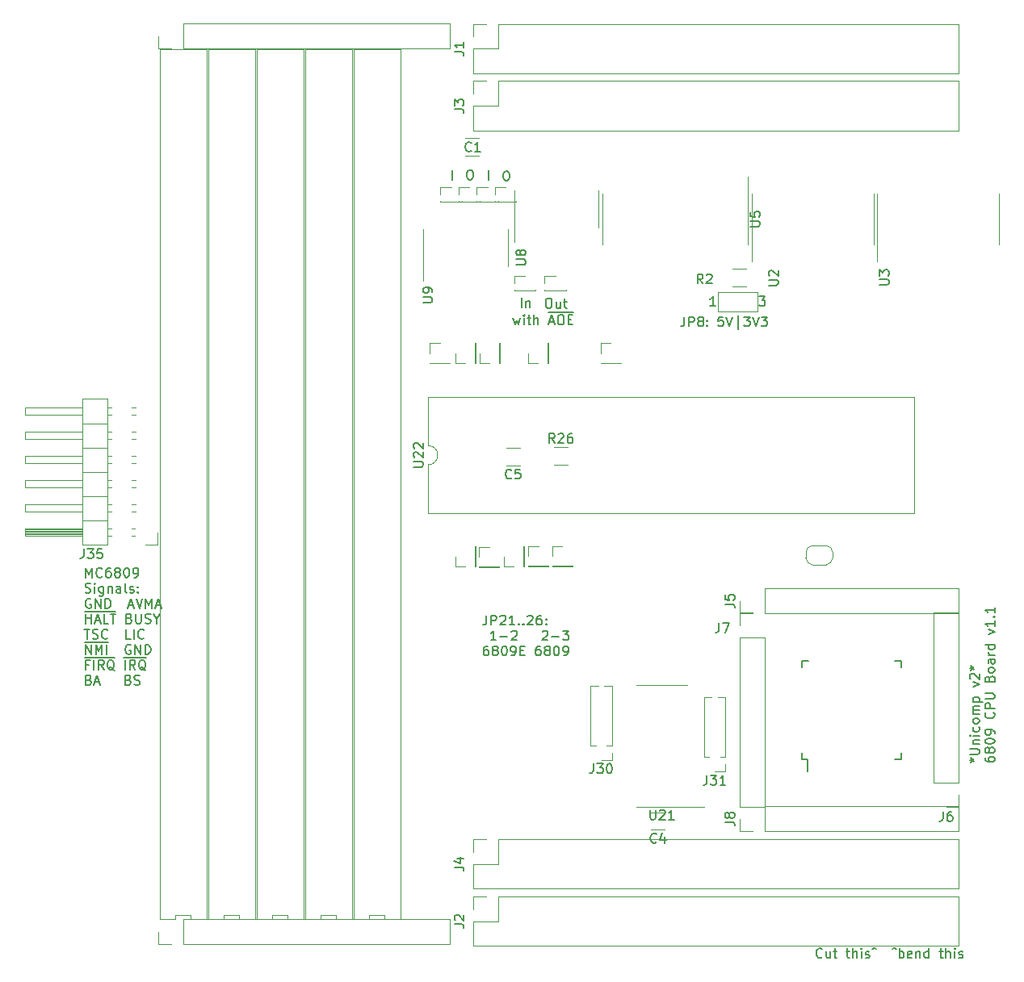
<source format=gbr>
%TF.GenerationSoftware,KiCad,Pcbnew,7.0.7-7.0.7~ubuntu20.04.1*%
%TF.CreationDate,2023-09-08T17:20:42+02:00*%
%TF.ProjectId,CPU_6809_board,4350555f-3638-4303-995f-626f6172642e,rev?*%
%TF.SameCoordinates,Original*%
%TF.FileFunction,Legend,Top*%
%TF.FilePolarity,Positive*%
%FSLAX46Y46*%
G04 Gerber Fmt 4.6, Leading zero omitted, Abs format (unit mm)*
G04 Created by KiCad (PCBNEW 7.0.7-7.0.7~ubuntu20.04.1) date 2023-09-08 17:20:42*
%MOMM*%
%LPD*%
G01*
G04 APERTURE LIST*
%ADD10C,0.150000*%
%ADD11C,0.120000*%
G04 APERTURE END LIST*
D10*
X97745779Y-105058819D02*
X97745779Y-104058819D01*
X97745779Y-104058819D02*
X98079112Y-104773104D01*
X98079112Y-104773104D02*
X98412445Y-104058819D01*
X98412445Y-104058819D02*
X98412445Y-105058819D01*
X99460064Y-104963580D02*
X99412445Y-105011200D01*
X99412445Y-105011200D02*
X99269588Y-105058819D01*
X99269588Y-105058819D02*
X99174350Y-105058819D01*
X99174350Y-105058819D02*
X99031493Y-105011200D01*
X99031493Y-105011200D02*
X98936255Y-104915961D01*
X98936255Y-104915961D02*
X98888636Y-104820723D01*
X98888636Y-104820723D02*
X98841017Y-104630247D01*
X98841017Y-104630247D02*
X98841017Y-104487390D01*
X98841017Y-104487390D02*
X98888636Y-104296914D01*
X98888636Y-104296914D02*
X98936255Y-104201676D01*
X98936255Y-104201676D02*
X99031493Y-104106438D01*
X99031493Y-104106438D02*
X99174350Y-104058819D01*
X99174350Y-104058819D02*
X99269588Y-104058819D01*
X99269588Y-104058819D02*
X99412445Y-104106438D01*
X99412445Y-104106438D02*
X99460064Y-104154057D01*
X100317207Y-104058819D02*
X100126731Y-104058819D01*
X100126731Y-104058819D02*
X100031493Y-104106438D01*
X100031493Y-104106438D02*
X99983874Y-104154057D01*
X99983874Y-104154057D02*
X99888636Y-104296914D01*
X99888636Y-104296914D02*
X99841017Y-104487390D01*
X99841017Y-104487390D02*
X99841017Y-104868342D01*
X99841017Y-104868342D02*
X99888636Y-104963580D01*
X99888636Y-104963580D02*
X99936255Y-105011200D01*
X99936255Y-105011200D02*
X100031493Y-105058819D01*
X100031493Y-105058819D02*
X100221969Y-105058819D01*
X100221969Y-105058819D02*
X100317207Y-105011200D01*
X100317207Y-105011200D02*
X100364826Y-104963580D01*
X100364826Y-104963580D02*
X100412445Y-104868342D01*
X100412445Y-104868342D02*
X100412445Y-104630247D01*
X100412445Y-104630247D02*
X100364826Y-104535009D01*
X100364826Y-104535009D02*
X100317207Y-104487390D01*
X100317207Y-104487390D02*
X100221969Y-104439771D01*
X100221969Y-104439771D02*
X100031493Y-104439771D01*
X100031493Y-104439771D02*
X99936255Y-104487390D01*
X99936255Y-104487390D02*
X99888636Y-104535009D01*
X99888636Y-104535009D02*
X99841017Y-104630247D01*
X100983874Y-104487390D02*
X100888636Y-104439771D01*
X100888636Y-104439771D02*
X100841017Y-104392152D01*
X100841017Y-104392152D02*
X100793398Y-104296914D01*
X100793398Y-104296914D02*
X100793398Y-104249295D01*
X100793398Y-104249295D02*
X100841017Y-104154057D01*
X100841017Y-104154057D02*
X100888636Y-104106438D01*
X100888636Y-104106438D02*
X100983874Y-104058819D01*
X100983874Y-104058819D02*
X101174350Y-104058819D01*
X101174350Y-104058819D02*
X101269588Y-104106438D01*
X101269588Y-104106438D02*
X101317207Y-104154057D01*
X101317207Y-104154057D02*
X101364826Y-104249295D01*
X101364826Y-104249295D02*
X101364826Y-104296914D01*
X101364826Y-104296914D02*
X101317207Y-104392152D01*
X101317207Y-104392152D02*
X101269588Y-104439771D01*
X101269588Y-104439771D02*
X101174350Y-104487390D01*
X101174350Y-104487390D02*
X100983874Y-104487390D01*
X100983874Y-104487390D02*
X100888636Y-104535009D01*
X100888636Y-104535009D02*
X100841017Y-104582628D01*
X100841017Y-104582628D02*
X100793398Y-104677866D01*
X100793398Y-104677866D02*
X100793398Y-104868342D01*
X100793398Y-104868342D02*
X100841017Y-104963580D01*
X100841017Y-104963580D02*
X100888636Y-105011200D01*
X100888636Y-105011200D02*
X100983874Y-105058819D01*
X100983874Y-105058819D02*
X101174350Y-105058819D01*
X101174350Y-105058819D02*
X101269588Y-105011200D01*
X101269588Y-105011200D02*
X101317207Y-104963580D01*
X101317207Y-104963580D02*
X101364826Y-104868342D01*
X101364826Y-104868342D02*
X101364826Y-104677866D01*
X101364826Y-104677866D02*
X101317207Y-104582628D01*
X101317207Y-104582628D02*
X101269588Y-104535009D01*
X101269588Y-104535009D02*
X101174350Y-104487390D01*
X101983874Y-104058819D02*
X102079112Y-104058819D01*
X102079112Y-104058819D02*
X102174350Y-104106438D01*
X102174350Y-104106438D02*
X102221969Y-104154057D01*
X102221969Y-104154057D02*
X102269588Y-104249295D01*
X102269588Y-104249295D02*
X102317207Y-104439771D01*
X102317207Y-104439771D02*
X102317207Y-104677866D01*
X102317207Y-104677866D02*
X102269588Y-104868342D01*
X102269588Y-104868342D02*
X102221969Y-104963580D01*
X102221969Y-104963580D02*
X102174350Y-105011200D01*
X102174350Y-105011200D02*
X102079112Y-105058819D01*
X102079112Y-105058819D02*
X101983874Y-105058819D01*
X101983874Y-105058819D02*
X101888636Y-105011200D01*
X101888636Y-105011200D02*
X101841017Y-104963580D01*
X101841017Y-104963580D02*
X101793398Y-104868342D01*
X101793398Y-104868342D02*
X101745779Y-104677866D01*
X101745779Y-104677866D02*
X101745779Y-104439771D01*
X101745779Y-104439771D02*
X101793398Y-104249295D01*
X101793398Y-104249295D02*
X101841017Y-104154057D01*
X101841017Y-104154057D02*
X101888636Y-104106438D01*
X101888636Y-104106438D02*
X101983874Y-104058819D01*
X102793398Y-105058819D02*
X102983874Y-105058819D01*
X102983874Y-105058819D02*
X103079112Y-105011200D01*
X103079112Y-105011200D02*
X103126731Y-104963580D01*
X103126731Y-104963580D02*
X103221969Y-104820723D01*
X103221969Y-104820723D02*
X103269588Y-104630247D01*
X103269588Y-104630247D02*
X103269588Y-104249295D01*
X103269588Y-104249295D02*
X103221969Y-104154057D01*
X103221969Y-104154057D02*
X103174350Y-104106438D01*
X103174350Y-104106438D02*
X103079112Y-104058819D01*
X103079112Y-104058819D02*
X102888636Y-104058819D01*
X102888636Y-104058819D02*
X102793398Y-104106438D01*
X102793398Y-104106438D02*
X102745779Y-104154057D01*
X102745779Y-104154057D02*
X102698160Y-104249295D01*
X102698160Y-104249295D02*
X102698160Y-104487390D01*
X102698160Y-104487390D02*
X102745779Y-104582628D01*
X102745779Y-104582628D02*
X102793398Y-104630247D01*
X102793398Y-104630247D02*
X102888636Y-104677866D01*
X102888636Y-104677866D02*
X103079112Y-104677866D01*
X103079112Y-104677866D02*
X103174350Y-104630247D01*
X103174350Y-104630247D02*
X103221969Y-104582628D01*
X103221969Y-104582628D02*
X103269588Y-104487390D01*
X97698160Y-106621200D02*
X97841017Y-106668819D01*
X97841017Y-106668819D02*
X98079112Y-106668819D01*
X98079112Y-106668819D02*
X98174350Y-106621200D01*
X98174350Y-106621200D02*
X98221969Y-106573580D01*
X98221969Y-106573580D02*
X98269588Y-106478342D01*
X98269588Y-106478342D02*
X98269588Y-106383104D01*
X98269588Y-106383104D02*
X98221969Y-106287866D01*
X98221969Y-106287866D02*
X98174350Y-106240247D01*
X98174350Y-106240247D02*
X98079112Y-106192628D01*
X98079112Y-106192628D02*
X97888636Y-106145009D01*
X97888636Y-106145009D02*
X97793398Y-106097390D01*
X97793398Y-106097390D02*
X97745779Y-106049771D01*
X97745779Y-106049771D02*
X97698160Y-105954533D01*
X97698160Y-105954533D02*
X97698160Y-105859295D01*
X97698160Y-105859295D02*
X97745779Y-105764057D01*
X97745779Y-105764057D02*
X97793398Y-105716438D01*
X97793398Y-105716438D02*
X97888636Y-105668819D01*
X97888636Y-105668819D02*
X98126731Y-105668819D01*
X98126731Y-105668819D02*
X98269588Y-105716438D01*
X98698160Y-106668819D02*
X98698160Y-106002152D01*
X98698160Y-105668819D02*
X98650541Y-105716438D01*
X98650541Y-105716438D02*
X98698160Y-105764057D01*
X98698160Y-105764057D02*
X98745779Y-105716438D01*
X98745779Y-105716438D02*
X98698160Y-105668819D01*
X98698160Y-105668819D02*
X98698160Y-105764057D01*
X99602921Y-106002152D02*
X99602921Y-106811676D01*
X99602921Y-106811676D02*
X99555302Y-106906914D01*
X99555302Y-106906914D02*
X99507683Y-106954533D01*
X99507683Y-106954533D02*
X99412445Y-107002152D01*
X99412445Y-107002152D02*
X99269588Y-107002152D01*
X99269588Y-107002152D02*
X99174350Y-106954533D01*
X99602921Y-106621200D02*
X99507683Y-106668819D01*
X99507683Y-106668819D02*
X99317207Y-106668819D01*
X99317207Y-106668819D02*
X99221969Y-106621200D01*
X99221969Y-106621200D02*
X99174350Y-106573580D01*
X99174350Y-106573580D02*
X99126731Y-106478342D01*
X99126731Y-106478342D02*
X99126731Y-106192628D01*
X99126731Y-106192628D02*
X99174350Y-106097390D01*
X99174350Y-106097390D02*
X99221969Y-106049771D01*
X99221969Y-106049771D02*
X99317207Y-106002152D01*
X99317207Y-106002152D02*
X99507683Y-106002152D01*
X99507683Y-106002152D02*
X99602921Y-106049771D01*
X100079112Y-106002152D02*
X100079112Y-106668819D01*
X100079112Y-106097390D02*
X100126731Y-106049771D01*
X100126731Y-106049771D02*
X100221969Y-106002152D01*
X100221969Y-106002152D02*
X100364826Y-106002152D01*
X100364826Y-106002152D02*
X100460064Y-106049771D01*
X100460064Y-106049771D02*
X100507683Y-106145009D01*
X100507683Y-106145009D02*
X100507683Y-106668819D01*
X101412445Y-106668819D02*
X101412445Y-106145009D01*
X101412445Y-106145009D02*
X101364826Y-106049771D01*
X101364826Y-106049771D02*
X101269588Y-106002152D01*
X101269588Y-106002152D02*
X101079112Y-106002152D01*
X101079112Y-106002152D02*
X100983874Y-106049771D01*
X101412445Y-106621200D02*
X101317207Y-106668819D01*
X101317207Y-106668819D02*
X101079112Y-106668819D01*
X101079112Y-106668819D02*
X100983874Y-106621200D01*
X100983874Y-106621200D02*
X100936255Y-106525961D01*
X100936255Y-106525961D02*
X100936255Y-106430723D01*
X100936255Y-106430723D02*
X100983874Y-106335485D01*
X100983874Y-106335485D02*
X101079112Y-106287866D01*
X101079112Y-106287866D02*
X101317207Y-106287866D01*
X101317207Y-106287866D02*
X101412445Y-106240247D01*
X102031493Y-106668819D02*
X101936255Y-106621200D01*
X101936255Y-106621200D02*
X101888636Y-106525961D01*
X101888636Y-106525961D02*
X101888636Y-105668819D01*
X102364827Y-106621200D02*
X102460065Y-106668819D01*
X102460065Y-106668819D02*
X102650541Y-106668819D01*
X102650541Y-106668819D02*
X102745779Y-106621200D01*
X102745779Y-106621200D02*
X102793398Y-106525961D01*
X102793398Y-106525961D02*
X102793398Y-106478342D01*
X102793398Y-106478342D02*
X102745779Y-106383104D01*
X102745779Y-106383104D02*
X102650541Y-106335485D01*
X102650541Y-106335485D02*
X102507684Y-106335485D01*
X102507684Y-106335485D02*
X102412446Y-106287866D01*
X102412446Y-106287866D02*
X102364827Y-106192628D01*
X102364827Y-106192628D02*
X102364827Y-106145009D01*
X102364827Y-106145009D02*
X102412446Y-106049771D01*
X102412446Y-106049771D02*
X102507684Y-106002152D01*
X102507684Y-106002152D02*
X102650541Y-106002152D01*
X102650541Y-106002152D02*
X102745779Y-106049771D01*
X103221970Y-106573580D02*
X103269589Y-106621200D01*
X103269589Y-106621200D02*
X103221970Y-106668819D01*
X103221970Y-106668819D02*
X103174351Y-106621200D01*
X103174351Y-106621200D02*
X103221970Y-106573580D01*
X103221970Y-106573580D02*
X103221970Y-106668819D01*
X103221970Y-106049771D02*
X103269589Y-106097390D01*
X103269589Y-106097390D02*
X103221970Y-106145009D01*
X103221970Y-106145009D02*
X103174351Y-106097390D01*
X103174351Y-106097390D02*
X103221970Y-106049771D01*
X103221970Y-106049771D02*
X103221970Y-106145009D01*
X98269588Y-107326438D02*
X98174350Y-107278819D01*
X98174350Y-107278819D02*
X98031493Y-107278819D01*
X98031493Y-107278819D02*
X97888636Y-107326438D01*
X97888636Y-107326438D02*
X97793398Y-107421676D01*
X97793398Y-107421676D02*
X97745779Y-107516914D01*
X97745779Y-107516914D02*
X97698160Y-107707390D01*
X97698160Y-107707390D02*
X97698160Y-107850247D01*
X97698160Y-107850247D02*
X97745779Y-108040723D01*
X97745779Y-108040723D02*
X97793398Y-108135961D01*
X97793398Y-108135961D02*
X97888636Y-108231200D01*
X97888636Y-108231200D02*
X98031493Y-108278819D01*
X98031493Y-108278819D02*
X98126731Y-108278819D01*
X98126731Y-108278819D02*
X98269588Y-108231200D01*
X98269588Y-108231200D02*
X98317207Y-108183580D01*
X98317207Y-108183580D02*
X98317207Y-107850247D01*
X98317207Y-107850247D02*
X98126731Y-107850247D01*
X98745779Y-108278819D02*
X98745779Y-107278819D01*
X98745779Y-107278819D02*
X99317207Y-108278819D01*
X99317207Y-108278819D02*
X99317207Y-107278819D01*
X99793398Y-108278819D02*
X99793398Y-107278819D01*
X99793398Y-107278819D02*
X100031493Y-107278819D01*
X100031493Y-107278819D02*
X100174350Y-107326438D01*
X100174350Y-107326438D02*
X100269588Y-107421676D01*
X100269588Y-107421676D02*
X100317207Y-107516914D01*
X100317207Y-107516914D02*
X100364826Y-107707390D01*
X100364826Y-107707390D02*
X100364826Y-107850247D01*
X100364826Y-107850247D02*
X100317207Y-108040723D01*
X100317207Y-108040723D02*
X100269588Y-108135961D01*
X100269588Y-108135961D02*
X100174350Y-108231200D01*
X100174350Y-108231200D02*
X100031493Y-108278819D01*
X100031493Y-108278819D02*
X99793398Y-108278819D01*
X102269589Y-107993104D02*
X102745779Y-107993104D01*
X102174351Y-108278819D02*
X102507684Y-107278819D01*
X102507684Y-107278819D02*
X102841017Y-108278819D01*
X103031494Y-107278819D02*
X103364827Y-108278819D01*
X103364827Y-108278819D02*
X103698160Y-107278819D01*
X104031494Y-108278819D02*
X104031494Y-107278819D01*
X104031494Y-107278819D02*
X104364827Y-107993104D01*
X104364827Y-107993104D02*
X104698160Y-107278819D01*
X104698160Y-107278819D02*
X104698160Y-108278819D01*
X105126732Y-107993104D02*
X105602922Y-107993104D01*
X105031494Y-108278819D02*
X105364827Y-107278819D01*
X105364827Y-107278819D02*
X105698160Y-108278819D01*
X97745779Y-109888819D02*
X97745779Y-108888819D01*
X97745779Y-109365009D02*
X98317207Y-109365009D01*
X98317207Y-109888819D02*
X98317207Y-108888819D01*
X98745779Y-109603104D02*
X99221969Y-109603104D01*
X98650541Y-109888819D02*
X98983874Y-108888819D01*
X98983874Y-108888819D02*
X99317207Y-109888819D01*
X100126731Y-109888819D02*
X99650541Y-109888819D01*
X99650541Y-109888819D02*
X99650541Y-108888819D01*
X100317208Y-108888819D02*
X100888636Y-108888819D01*
X100602922Y-109888819D02*
X100602922Y-108888819D01*
X97607684Y-108611200D02*
X100883875Y-108611200D01*
X102317208Y-109365009D02*
X102460065Y-109412628D01*
X102460065Y-109412628D02*
X102507684Y-109460247D01*
X102507684Y-109460247D02*
X102555303Y-109555485D01*
X102555303Y-109555485D02*
X102555303Y-109698342D01*
X102555303Y-109698342D02*
X102507684Y-109793580D01*
X102507684Y-109793580D02*
X102460065Y-109841200D01*
X102460065Y-109841200D02*
X102364827Y-109888819D01*
X102364827Y-109888819D02*
X101983875Y-109888819D01*
X101983875Y-109888819D02*
X101983875Y-108888819D01*
X101983875Y-108888819D02*
X102317208Y-108888819D01*
X102317208Y-108888819D02*
X102412446Y-108936438D01*
X102412446Y-108936438D02*
X102460065Y-108984057D01*
X102460065Y-108984057D02*
X102507684Y-109079295D01*
X102507684Y-109079295D02*
X102507684Y-109174533D01*
X102507684Y-109174533D02*
X102460065Y-109269771D01*
X102460065Y-109269771D02*
X102412446Y-109317390D01*
X102412446Y-109317390D02*
X102317208Y-109365009D01*
X102317208Y-109365009D02*
X101983875Y-109365009D01*
X102983875Y-108888819D02*
X102983875Y-109698342D01*
X102983875Y-109698342D02*
X103031494Y-109793580D01*
X103031494Y-109793580D02*
X103079113Y-109841200D01*
X103079113Y-109841200D02*
X103174351Y-109888819D01*
X103174351Y-109888819D02*
X103364827Y-109888819D01*
X103364827Y-109888819D02*
X103460065Y-109841200D01*
X103460065Y-109841200D02*
X103507684Y-109793580D01*
X103507684Y-109793580D02*
X103555303Y-109698342D01*
X103555303Y-109698342D02*
X103555303Y-108888819D01*
X103983875Y-109841200D02*
X104126732Y-109888819D01*
X104126732Y-109888819D02*
X104364827Y-109888819D01*
X104364827Y-109888819D02*
X104460065Y-109841200D01*
X104460065Y-109841200D02*
X104507684Y-109793580D01*
X104507684Y-109793580D02*
X104555303Y-109698342D01*
X104555303Y-109698342D02*
X104555303Y-109603104D01*
X104555303Y-109603104D02*
X104507684Y-109507866D01*
X104507684Y-109507866D02*
X104460065Y-109460247D01*
X104460065Y-109460247D02*
X104364827Y-109412628D01*
X104364827Y-109412628D02*
X104174351Y-109365009D01*
X104174351Y-109365009D02*
X104079113Y-109317390D01*
X104079113Y-109317390D02*
X104031494Y-109269771D01*
X104031494Y-109269771D02*
X103983875Y-109174533D01*
X103983875Y-109174533D02*
X103983875Y-109079295D01*
X103983875Y-109079295D02*
X104031494Y-108984057D01*
X104031494Y-108984057D02*
X104079113Y-108936438D01*
X104079113Y-108936438D02*
X104174351Y-108888819D01*
X104174351Y-108888819D02*
X104412446Y-108888819D01*
X104412446Y-108888819D02*
X104555303Y-108936438D01*
X105174351Y-109412628D02*
X105174351Y-109888819D01*
X104841018Y-108888819D02*
X105174351Y-109412628D01*
X105174351Y-109412628D02*
X105507684Y-108888819D01*
X97602922Y-110498819D02*
X98174350Y-110498819D01*
X97888636Y-111498819D02*
X97888636Y-110498819D01*
X98460065Y-111451200D02*
X98602922Y-111498819D01*
X98602922Y-111498819D02*
X98841017Y-111498819D01*
X98841017Y-111498819D02*
X98936255Y-111451200D01*
X98936255Y-111451200D02*
X98983874Y-111403580D01*
X98983874Y-111403580D02*
X99031493Y-111308342D01*
X99031493Y-111308342D02*
X99031493Y-111213104D01*
X99031493Y-111213104D02*
X98983874Y-111117866D01*
X98983874Y-111117866D02*
X98936255Y-111070247D01*
X98936255Y-111070247D02*
X98841017Y-111022628D01*
X98841017Y-111022628D02*
X98650541Y-110975009D01*
X98650541Y-110975009D02*
X98555303Y-110927390D01*
X98555303Y-110927390D02*
X98507684Y-110879771D01*
X98507684Y-110879771D02*
X98460065Y-110784533D01*
X98460065Y-110784533D02*
X98460065Y-110689295D01*
X98460065Y-110689295D02*
X98507684Y-110594057D01*
X98507684Y-110594057D02*
X98555303Y-110546438D01*
X98555303Y-110546438D02*
X98650541Y-110498819D01*
X98650541Y-110498819D02*
X98888636Y-110498819D01*
X98888636Y-110498819D02*
X99031493Y-110546438D01*
X100031493Y-111403580D02*
X99983874Y-111451200D01*
X99983874Y-111451200D02*
X99841017Y-111498819D01*
X99841017Y-111498819D02*
X99745779Y-111498819D01*
X99745779Y-111498819D02*
X99602922Y-111451200D01*
X99602922Y-111451200D02*
X99507684Y-111355961D01*
X99507684Y-111355961D02*
X99460065Y-111260723D01*
X99460065Y-111260723D02*
X99412446Y-111070247D01*
X99412446Y-111070247D02*
X99412446Y-110927390D01*
X99412446Y-110927390D02*
X99460065Y-110736914D01*
X99460065Y-110736914D02*
X99507684Y-110641676D01*
X99507684Y-110641676D02*
X99602922Y-110546438D01*
X99602922Y-110546438D02*
X99745779Y-110498819D01*
X99745779Y-110498819D02*
X99841017Y-110498819D01*
X99841017Y-110498819D02*
X99983874Y-110546438D01*
X99983874Y-110546438D02*
X100031493Y-110594057D01*
X102460065Y-111498819D02*
X101983875Y-111498819D01*
X101983875Y-111498819D02*
X101983875Y-110498819D01*
X102793399Y-111498819D02*
X102793399Y-110498819D01*
X103841017Y-111403580D02*
X103793398Y-111451200D01*
X103793398Y-111451200D02*
X103650541Y-111498819D01*
X103650541Y-111498819D02*
X103555303Y-111498819D01*
X103555303Y-111498819D02*
X103412446Y-111451200D01*
X103412446Y-111451200D02*
X103317208Y-111355961D01*
X103317208Y-111355961D02*
X103269589Y-111260723D01*
X103269589Y-111260723D02*
X103221970Y-111070247D01*
X103221970Y-111070247D02*
X103221970Y-110927390D01*
X103221970Y-110927390D02*
X103269589Y-110736914D01*
X103269589Y-110736914D02*
X103317208Y-110641676D01*
X103317208Y-110641676D02*
X103412446Y-110546438D01*
X103412446Y-110546438D02*
X103555303Y-110498819D01*
X103555303Y-110498819D02*
X103650541Y-110498819D01*
X103650541Y-110498819D02*
X103793398Y-110546438D01*
X103793398Y-110546438D02*
X103841017Y-110594057D01*
X97745779Y-113108819D02*
X97745779Y-112108819D01*
X97745779Y-112108819D02*
X98317207Y-113108819D01*
X98317207Y-113108819D02*
X98317207Y-112108819D01*
X98793398Y-113108819D02*
X98793398Y-112108819D01*
X98793398Y-112108819D02*
X99126731Y-112823104D01*
X99126731Y-112823104D02*
X99460064Y-112108819D01*
X99460064Y-112108819D02*
X99460064Y-113108819D01*
X99936255Y-113108819D02*
X99936255Y-112108819D01*
X97607684Y-111831200D02*
X100074350Y-111831200D01*
X102460064Y-112156438D02*
X102364826Y-112108819D01*
X102364826Y-112108819D02*
X102221969Y-112108819D01*
X102221969Y-112108819D02*
X102079112Y-112156438D01*
X102079112Y-112156438D02*
X101983874Y-112251676D01*
X101983874Y-112251676D02*
X101936255Y-112346914D01*
X101936255Y-112346914D02*
X101888636Y-112537390D01*
X101888636Y-112537390D02*
X101888636Y-112680247D01*
X101888636Y-112680247D02*
X101936255Y-112870723D01*
X101936255Y-112870723D02*
X101983874Y-112965961D01*
X101983874Y-112965961D02*
X102079112Y-113061200D01*
X102079112Y-113061200D02*
X102221969Y-113108819D01*
X102221969Y-113108819D02*
X102317207Y-113108819D01*
X102317207Y-113108819D02*
X102460064Y-113061200D01*
X102460064Y-113061200D02*
X102507683Y-113013580D01*
X102507683Y-113013580D02*
X102507683Y-112680247D01*
X102507683Y-112680247D02*
X102317207Y-112680247D01*
X102936255Y-113108819D02*
X102936255Y-112108819D01*
X102936255Y-112108819D02*
X103507683Y-113108819D01*
X103507683Y-113108819D02*
X103507683Y-112108819D01*
X103983874Y-113108819D02*
X103983874Y-112108819D01*
X103983874Y-112108819D02*
X104221969Y-112108819D01*
X104221969Y-112108819D02*
X104364826Y-112156438D01*
X104364826Y-112156438D02*
X104460064Y-112251676D01*
X104460064Y-112251676D02*
X104507683Y-112346914D01*
X104507683Y-112346914D02*
X104555302Y-112537390D01*
X104555302Y-112537390D02*
X104555302Y-112680247D01*
X104555302Y-112680247D02*
X104507683Y-112870723D01*
X104507683Y-112870723D02*
X104460064Y-112965961D01*
X104460064Y-112965961D02*
X104364826Y-113061200D01*
X104364826Y-113061200D02*
X104221969Y-113108819D01*
X104221969Y-113108819D02*
X103983874Y-113108819D01*
X98079112Y-114195009D02*
X97745779Y-114195009D01*
X97745779Y-114718819D02*
X97745779Y-113718819D01*
X97745779Y-113718819D02*
X98221969Y-113718819D01*
X98602922Y-114718819D02*
X98602922Y-113718819D01*
X99650540Y-114718819D02*
X99317207Y-114242628D01*
X99079112Y-114718819D02*
X99079112Y-113718819D01*
X99079112Y-113718819D02*
X99460064Y-113718819D01*
X99460064Y-113718819D02*
X99555302Y-113766438D01*
X99555302Y-113766438D02*
X99602921Y-113814057D01*
X99602921Y-113814057D02*
X99650540Y-113909295D01*
X99650540Y-113909295D02*
X99650540Y-114052152D01*
X99650540Y-114052152D02*
X99602921Y-114147390D01*
X99602921Y-114147390D02*
X99555302Y-114195009D01*
X99555302Y-114195009D02*
X99460064Y-114242628D01*
X99460064Y-114242628D02*
X99079112Y-114242628D01*
X100745778Y-114814057D02*
X100650540Y-114766438D01*
X100650540Y-114766438D02*
X100555302Y-114671200D01*
X100555302Y-114671200D02*
X100412445Y-114528342D01*
X100412445Y-114528342D02*
X100317207Y-114480723D01*
X100317207Y-114480723D02*
X100221969Y-114480723D01*
X100269588Y-114718819D02*
X100174350Y-114671200D01*
X100174350Y-114671200D02*
X100079112Y-114575961D01*
X100079112Y-114575961D02*
X100031493Y-114385485D01*
X100031493Y-114385485D02*
X100031493Y-114052152D01*
X100031493Y-114052152D02*
X100079112Y-113861676D01*
X100079112Y-113861676D02*
X100174350Y-113766438D01*
X100174350Y-113766438D02*
X100269588Y-113718819D01*
X100269588Y-113718819D02*
X100460064Y-113718819D01*
X100460064Y-113718819D02*
X100555302Y-113766438D01*
X100555302Y-113766438D02*
X100650540Y-113861676D01*
X100650540Y-113861676D02*
X100698159Y-114052152D01*
X100698159Y-114052152D02*
X100698159Y-114385485D01*
X100698159Y-114385485D02*
X100650540Y-114575961D01*
X100650540Y-114575961D02*
X100555302Y-114671200D01*
X100555302Y-114671200D02*
X100460064Y-114718819D01*
X100460064Y-114718819D02*
X100269588Y-114718819D01*
X97607684Y-113441200D02*
X100788636Y-113441200D01*
X101888636Y-114718819D02*
X101888636Y-113718819D01*
X102936254Y-114718819D02*
X102602921Y-114242628D01*
X102364826Y-114718819D02*
X102364826Y-113718819D01*
X102364826Y-113718819D02*
X102745778Y-113718819D01*
X102745778Y-113718819D02*
X102841016Y-113766438D01*
X102841016Y-113766438D02*
X102888635Y-113814057D01*
X102888635Y-113814057D02*
X102936254Y-113909295D01*
X102936254Y-113909295D02*
X102936254Y-114052152D01*
X102936254Y-114052152D02*
X102888635Y-114147390D01*
X102888635Y-114147390D02*
X102841016Y-114195009D01*
X102841016Y-114195009D02*
X102745778Y-114242628D01*
X102745778Y-114242628D02*
X102364826Y-114242628D01*
X104031492Y-114814057D02*
X103936254Y-114766438D01*
X103936254Y-114766438D02*
X103841016Y-114671200D01*
X103841016Y-114671200D02*
X103698159Y-114528342D01*
X103698159Y-114528342D02*
X103602921Y-114480723D01*
X103602921Y-114480723D02*
X103507683Y-114480723D01*
X103555302Y-114718819D02*
X103460064Y-114671200D01*
X103460064Y-114671200D02*
X103364826Y-114575961D01*
X103364826Y-114575961D02*
X103317207Y-114385485D01*
X103317207Y-114385485D02*
X103317207Y-114052152D01*
X103317207Y-114052152D02*
X103364826Y-113861676D01*
X103364826Y-113861676D02*
X103460064Y-113766438D01*
X103460064Y-113766438D02*
X103555302Y-113718819D01*
X103555302Y-113718819D02*
X103745778Y-113718819D01*
X103745778Y-113718819D02*
X103841016Y-113766438D01*
X103841016Y-113766438D02*
X103936254Y-113861676D01*
X103936254Y-113861676D02*
X103983873Y-114052152D01*
X103983873Y-114052152D02*
X103983873Y-114385485D01*
X103983873Y-114385485D02*
X103936254Y-114575961D01*
X103936254Y-114575961D02*
X103841016Y-114671200D01*
X103841016Y-114671200D02*
X103745778Y-114718819D01*
X103745778Y-114718819D02*
X103555302Y-114718819D01*
X101750541Y-113441200D02*
X104074350Y-113441200D01*
X98079112Y-115805009D02*
X98221969Y-115852628D01*
X98221969Y-115852628D02*
X98269588Y-115900247D01*
X98269588Y-115900247D02*
X98317207Y-115995485D01*
X98317207Y-115995485D02*
X98317207Y-116138342D01*
X98317207Y-116138342D02*
X98269588Y-116233580D01*
X98269588Y-116233580D02*
X98221969Y-116281200D01*
X98221969Y-116281200D02*
X98126731Y-116328819D01*
X98126731Y-116328819D02*
X97745779Y-116328819D01*
X97745779Y-116328819D02*
X97745779Y-115328819D01*
X97745779Y-115328819D02*
X98079112Y-115328819D01*
X98079112Y-115328819D02*
X98174350Y-115376438D01*
X98174350Y-115376438D02*
X98221969Y-115424057D01*
X98221969Y-115424057D02*
X98269588Y-115519295D01*
X98269588Y-115519295D02*
X98269588Y-115614533D01*
X98269588Y-115614533D02*
X98221969Y-115709771D01*
X98221969Y-115709771D02*
X98174350Y-115757390D01*
X98174350Y-115757390D02*
X98079112Y-115805009D01*
X98079112Y-115805009D02*
X97745779Y-115805009D01*
X98698160Y-116043104D02*
X99174350Y-116043104D01*
X98602922Y-116328819D02*
X98936255Y-115328819D01*
X98936255Y-115328819D02*
X99269588Y-116328819D01*
X102221970Y-115805009D02*
X102364827Y-115852628D01*
X102364827Y-115852628D02*
X102412446Y-115900247D01*
X102412446Y-115900247D02*
X102460065Y-115995485D01*
X102460065Y-115995485D02*
X102460065Y-116138342D01*
X102460065Y-116138342D02*
X102412446Y-116233580D01*
X102412446Y-116233580D02*
X102364827Y-116281200D01*
X102364827Y-116281200D02*
X102269589Y-116328819D01*
X102269589Y-116328819D02*
X101888637Y-116328819D01*
X101888637Y-116328819D02*
X101888637Y-115328819D01*
X101888637Y-115328819D02*
X102221970Y-115328819D01*
X102221970Y-115328819D02*
X102317208Y-115376438D01*
X102317208Y-115376438D02*
X102364827Y-115424057D01*
X102364827Y-115424057D02*
X102412446Y-115519295D01*
X102412446Y-115519295D02*
X102412446Y-115614533D01*
X102412446Y-115614533D02*
X102364827Y-115709771D01*
X102364827Y-115709771D02*
X102317208Y-115757390D01*
X102317208Y-115757390D02*
X102221970Y-115805009D01*
X102221970Y-115805009D02*
X101888637Y-115805009D01*
X102841018Y-116281200D02*
X102983875Y-116328819D01*
X102983875Y-116328819D02*
X103221970Y-116328819D01*
X103221970Y-116328819D02*
X103317208Y-116281200D01*
X103317208Y-116281200D02*
X103364827Y-116233580D01*
X103364827Y-116233580D02*
X103412446Y-116138342D01*
X103412446Y-116138342D02*
X103412446Y-116043104D01*
X103412446Y-116043104D02*
X103364827Y-115947866D01*
X103364827Y-115947866D02*
X103317208Y-115900247D01*
X103317208Y-115900247D02*
X103221970Y-115852628D01*
X103221970Y-115852628D02*
X103031494Y-115805009D01*
X103031494Y-115805009D02*
X102936256Y-115757390D01*
X102936256Y-115757390D02*
X102888637Y-115709771D01*
X102888637Y-115709771D02*
X102841018Y-115614533D01*
X102841018Y-115614533D02*
X102841018Y-115519295D01*
X102841018Y-115519295D02*
X102888637Y-115424057D01*
X102888637Y-115424057D02*
X102936256Y-115376438D01*
X102936256Y-115376438D02*
X103031494Y-115328819D01*
X103031494Y-115328819D02*
X103269589Y-115328819D01*
X103269589Y-115328819D02*
X103412446Y-115376438D01*
X136150579Y-63344419D02*
X136150579Y-62344419D01*
X139763693Y-109035419D02*
X139763693Y-109749704D01*
X139763693Y-109749704D02*
X139716074Y-109892561D01*
X139716074Y-109892561D02*
X139620836Y-109987800D01*
X139620836Y-109987800D02*
X139477979Y-110035419D01*
X139477979Y-110035419D02*
X139382741Y-110035419D01*
X140239884Y-110035419D02*
X140239884Y-109035419D01*
X140239884Y-109035419D02*
X140620836Y-109035419D01*
X140620836Y-109035419D02*
X140716074Y-109083038D01*
X140716074Y-109083038D02*
X140763693Y-109130657D01*
X140763693Y-109130657D02*
X140811312Y-109225895D01*
X140811312Y-109225895D02*
X140811312Y-109368752D01*
X140811312Y-109368752D02*
X140763693Y-109463990D01*
X140763693Y-109463990D02*
X140716074Y-109511609D01*
X140716074Y-109511609D02*
X140620836Y-109559228D01*
X140620836Y-109559228D02*
X140239884Y-109559228D01*
X141192265Y-109130657D02*
X141239884Y-109083038D01*
X141239884Y-109083038D02*
X141335122Y-109035419D01*
X141335122Y-109035419D02*
X141573217Y-109035419D01*
X141573217Y-109035419D02*
X141668455Y-109083038D01*
X141668455Y-109083038D02*
X141716074Y-109130657D01*
X141716074Y-109130657D02*
X141763693Y-109225895D01*
X141763693Y-109225895D02*
X141763693Y-109321133D01*
X141763693Y-109321133D02*
X141716074Y-109463990D01*
X141716074Y-109463990D02*
X141144646Y-110035419D01*
X141144646Y-110035419D02*
X141763693Y-110035419D01*
X142716074Y-110035419D02*
X142144646Y-110035419D01*
X142430360Y-110035419D02*
X142430360Y-109035419D01*
X142430360Y-109035419D02*
X142335122Y-109178276D01*
X142335122Y-109178276D02*
X142239884Y-109273514D01*
X142239884Y-109273514D02*
X142144646Y-109321133D01*
X143144646Y-109940180D02*
X143192265Y-109987800D01*
X143192265Y-109987800D02*
X143144646Y-110035419D01*
X143144646Y-110035419D02*
X143097027Y-109987800D01*
X143097027Y-109987800D02*
X143144646Y-109940180D01*
X143144646Y-109940180D02*
X143144646Y-110035419D01*
X143620836Y-109940180D02*
X143668455Y-109987800D01*
X143668455Y-109987800D02*
X143620836Y-110035419D01*
X143620836Y-110035419D02*
X143573217Y-109987800D01*
X143573217Y-109987800D02*
X143620836Y-109940180D01*
X143620836Y-109940180D02*
X143620836Y-110035419D01*
X144049407Y-109130657D02*
X144097026Y-109083038D01*
X144097026Y-109083038D02*
X144192264Y-109035419D01*
X144192264Y-109035419D02*
X144430359Y-109035419D01*
X144430359Y-109035419D02*
X144525597Y-109083038D01*
X144525597Y-109083038D02*
X144573216Y-109130657D01*
X144573216Y-109130657D02*
X144620835Y-109225895D01*
X144620835Y-109225895D02*
X144620835Y-109321133D01*
X144620835Y-109321133D02*
X144573216Y-109463990D01*
X144573216Y-109463990D02*
X144001788Y-110035419D01*
X144001788Y-110035419D02*
X144620835Y-110035419D01*
X145477978Y-109035419D02*
X145287502Y-109035419D01*
X145287502Y-109035419D02*
X145192264Y-109083038D01*
X145192264Y-109083038D02*
X145144645Y-109130657D01*
X145144645Y-109130657D02*
X145049407Y-109273514D01*
X145049407Y-109273514D02*
X145001788Y-109463990D01*
X145001788Y-109463990D02*
X145001788Y-109844942D01*
X145001788Y-109844942D02*
X145049407Y-109940180D01*
X145049407Y-109940180D02*
X145097026Y-109987800D01*
X145097026Y-109987800D02*
X145192264Y-110035419D01*
X145192264Y-110035419D02*
X145382740Y-110035419D01*
X145382740Y-110035419D02*
X145477978Y-109987800D01*
X145477978Y-109987800D02*
X145525597Y-109940180D01*
X145525597Y-109940180D02*
X145573216Y-109844942D01*
X145573216Y-109844942D02*
X145573216Y-109606847D01*
X145573216Y-109606847D02*
X145525597Y-109511609D01*
X145525597Y-109511609D02*
X145477978Y-109463990D01*
X145477978Y-109463990D02*
X145382740Y-109416371D01*
X145382740Y-109416371D02*
X145192264Y-109416371D01*
X145192264Y-109416371D02*
X145097026Y-109463990D01*
X145097026Y-109463990D02*
X145049407Y-109511609D01*
X145049407Y-109511609D02*
X145001788Y-109606847D01*
X146001788Y-109940180D02*
X146049407Y-109987800D01*
X146049407Y-109987800D02*
X146001788Y-110035419D01*
X146001788Y-110035419D02*
X145954169Y-109987800D01*
X145954169Y-109987800D02*
X146001788Y-109940180D01*
X146001788Y-109940180D02*
X146001788Y-110035419D01*
X146001788Y-109416371D02*
X146049407Y-109463990D01*
X146049407Y-109463990D02*
X146001788Y-109511609D01*
X146001788Y-109511609D02*
X145954169Y-109463990D01*
X145954169Y-109463990D02*
X146001788Y-109416371D01*
X146001788Y-109416371D02*
X146001788Y-109511609D01*
X140763693Y-111645419D02*
X140192265Y-111645419D01*
X140477979Y-111645419D02*
X140477979Y-110645419D01*
X140477979Y-110645419D02*
X140382741Y-110788276D01*
X140382741Y-110788276D02*
X140287503Y-110883514D01*
X140287503Y-110883514D02*
X140192265Y-110931133D01*
X141192265Y-111264466D02*
X141954170Y-111264466D01*
X142382741Y-110740657D02*
X142430360Y-110693038D01*
X142430360Y-110693038D02*
X142525598Y-110645419D01*
X142525598Y-110645419D02*
X142763693Y-110645419D01*
X142763693Y-110645419D02*
X142858931Y-110693038D01*
X142858931Y-110693038D02*
X142906550Y-110740657D01*
X142906550Y-110740657D02*
X142954169Y-110835895D01*
X142954169Y-110835895D02*
X142954169Y-110931133D01*
X142954169Y-110931133D02*
X142906550Y-111073990D01*
X142906550Y-111073990D02*
X142335122Y-111645419D01*
X142335122Y-111645419D02*
X142954169Y-111645419D01*
X145620837Y-110740657D02*
X145668456Y-110693038D01*
X145668456Y-110693038D02*
X145763694Y-110645419D01*
X145763694Y-110645419D02*
X146001789Y-110645419D01*
X146001789Y-110645419D02*
X146097027Y-110693038D01*
X146097027Y-110693038D02*
X146144646Y-110740657D01*
X146144646Y-110740657D02*
X146192265Y-110835895D01*
X146192265Y-110835895D02*
X146192265Y-110931133D01*
X146192265Y-110931133D02*
X146144646Y-111073990D01*
X146144646Y-111073990D02*
X145573218Y-111645419D01*
X145573218Y-111645419D02*
X146192265Y-111645419D01*
X146620837Y-111264466D02*
X147382742Y-111264466D01*
X147763694Y-110645419D02*
X148382741Y-110645419D01*
X148382741Y-110645419D02*
X148049408Y-111026371D01*
X148049408Y-111026371D02*
X148192265Y-111026371D01*
X148192265Y-111026371D02*
X148287503Y-111073990D01*
X148287503Y-111073990D02*
X148335122Y-111121609D01*
X148335122Y-111121609D02*
X148382741Y-111216847D01*
X148382741Y-111216847D02*
X148382741Y-111454942D01*
X148382741Y-111454942D02*
X148335122Y-111550180D01*
X148335122Y-111550180D02*
X148287503Y-111597800D01*
X148287503Y-111597800D02*
X148192265Y-111645419D01*
X148192265Y-111645419D02*
X147906551Y-111645419D01*
X147906551Y-111645419D02*
X147811313Y-111597800D01*
X147811313Y-111597800D02*
X147763694Y-111550180D01*
X139906550Y-112255419D02*
X139716074Y-112255419D01*
X139716074Y-112255419D02*
X139620836Y-112303038D01*
X139620836Y-112303038D02*
X139573217Y-112350657D01*
X139573217Y-112350657D02*
X139477979Y-112493514D01*
X139477979Y-112493514D02*
X139430360Y-112683990D01*
X139430360Y-112683990D02*
X139430360Y-113064942D01*
X139430360Y-113064942D02*
X139477979Y-113160180D01*
X139477979Y-113160180D02*
X139525598Y-113207800D01*
X139525598Y-113207800D02*
X139620836Y-113255419D01*
X139620836Y-113255419D02*
X139811312Y-113255419D01*
X139811312Y-113255419D02*
X139906550Y-113207800D01*
X139906550Y-113207800D02*
X139954169Y-113160180D01*
X139954169Y-113160180D02*
X140001788Y-113064942D01*
X140001788Y-113064942D02*
X140001788Y-112826847D01*
X140001788Y-112826847D02*
X139954169Y-112731609D01*
X139954169Y-112731609D02*
X139906550Y-112683990D01*
X139906550Y-112683990D02*
X139811312Y-112636371D01*
X139811312Y-112636371D02*
X139620836Y-112636371D01*
X139620836Y-112636371D02*
X139525598Y-112683990D01*
X139525598Y-112683990D02*
X139477979Y-112731609D01*
X139477979Y-112731609D02*
X139430360Y-112826847D01*
X140573217Y-112683990D02*
X140477979Y-112636371D01*
X140477979Y-112636371D02*
X140430360Y-112588752D01*
X140430360Y-112588752D02*
X140382741Y-112493514D01*
X140382741Y-112493514D02*
X140382741Y-112445895D01*
X140382741Y-112445895D02*
X140430360Y-112350657D01*
X140430360Y-112350657D02*
X140477979Y-112303038D01*
X140477979Y-112303038D02*
X140573217Y-112255419D01*
X140573217Y-112255419D02*
X140763693Y-112255419D01*
X140763693Y-112255419D02*
X140858931Y-112303038D01*
X140858931Y-112303038D02*
X140906550Y-112350657D01*
X140906550Y-112350657D02*
X140954169Y-112445895D01*
X140954169Y-112445895D02*
X140954169Y-112493514D01*
X140954169Y-112493514D02*
X140906550Y-112588752D01*
X140906550Y-112588752D02*
X140858931Y-112636371D01*
X140858931Y-112636371D02*
X140763693Y-112683990D01*
X140763693Y-112683990D02*
X140573217Y-112683990D01*
X140573217Y-112683990D02*
X140477979Y-112731609D01*
X140477979Y-112731609D02*
X140430360Y-112779228D01*
X140430360Y-112779228D02*
X140382741Y-112874466D01*
X140382741Y-112874466D02*
X140382741Y-113064942D01*
X140382741Y-113064942D02*
X140430360Y-113160180D01*
X140430360Y-113160180D02*
X140477979Y-113207800D01*
X140477979Y-113207800D02*
X140573217Y-113255419D01*
X140573217Y-113255419D02*
X140763693Y-113255419D01*
X140763693Y-113255419D02*
X140858931Y-113207800D01*
X140858931Y-113207800D02*
X140906550Y-113160180D01*
X140906550Y-113160180D02*
X140954169Y-113064942D01*
X140954169Y-113064942D02*
X140954169Y-112874466D01*
X140954169Y-112874466D02*
X140906550Y-112779228D01*
X140906550Y-112779228D02*
X140858931Y-112731609D01*
X140858931Y-112731609D02*
X140763693Y-112683990D01*
X141573217Y-112255419D02*
X141668455Y-112255419D01*
X141668455Y-112255419D02*
X141763693Y-112303038D01*
X141763693Y-112303038D02*
X141811312Y-112350657D01*
X141811312Y-112350657D02*
X141858931Y-112445895D01*
X141858931Y-112445895D02*
X141906550Y-112636371D01*
X141906550Y-112636371D02*
X141906550Y-112874466D01*
X141906550Y-112874466D02*
X141858931Y-113064942D01*
X141858931Y-113064942D02*
X141811312Y-113160180D01*
X141811312Y-113160180D02*
X141763693Y-113207800D01*
X141763693Y-113207800D02*
X141668455Y-113255419D01*
X141668455Y-113255419D02*
X141573217Y-113255419D01*
X141573217Y-113255419D02*
X141477979Y-113207800D01*
X141477979Y-113207800D02*
X141430360Y-113160180D01*
X141430360Y-113160180D02*
X141382741Y-113064942D01*
X141382741Y-113064942D02*
X141335122Y-112874466D01*
X141335122Y-112874466D02*
X141335122Y-112636371D01*
X141335122Y-112636371D02*
X141382741Y-112445895D01*
X141382741Y-112445895D02*
X141430360Y-112350657D01*
X141430360Y-112350657D02*
X141477979Y-112303038D01*
X141477979Y-112303038D02*
X141573217Y-112255419D01*
X142382741Y-113255419D02*
X142573217Y-113255419D01*
X142573217Y-113255419D02*
X142668455Y-113207800D01*
X142668455Y-113207800D02*
X142716074Y-113160180D01*
X142716074Y-113160180D02*
X142811312Y-113017323D01*
X142811312Y-113017323D02*
X142858931Y-112826847D01*
X142858931Y-112826847D02*
X142858931Y-112445895D01*
X142858931Y-112445895D02*
X142811312Y-112350657D01*
X142811312Y-112350657D02*
X142763693Y-112303038D01*
X142763693Y-112303038D02*
X142668455Y-112255419D01*
X142668455Y-112255419D02*
X142477979Y-112255419D01*
X142477979Y-112255419D02*
X142382741Y-112303038D01*
X142382741Y-112303038D02*
X142335122Y-112350657D01*
X142335122Y-112350657D02*
X142287503Y-112445895D01*
X142287503Y-112445895D02*
X142287503Y-112683990D01*
X142287503Y-112683990D02*
X142335122Y-112779228D01*
X142335122Y-112779228D02*
X142382741Y-112826847D01*
X142382741Y-112826847D02*
X142477979Y-112874466D01*
X142477979Y-112874466D02*
X142668455Y-112874466D01*
X142668455Y-112874466D02*
X142763693Y-112826847D01*
X142763693Y-112826847D02*
X142811312Y-112779228D01*
X142811312Y-112779228D02*
X142858931Y-112683990D01*
X143287503Y-112731609D02*
X143620836Y-112731609D01*
X143763693Y-113255419D02*
X143287503Y-113255419D01*
X143287503Y-113255419D02*
X143287503Y-112255419D01*
X143287503Y-112255419D02*
X143763693Y-112255419D01*
X145382741Y-112255419D02*
X145192265Y-112255419D01*
X145192265Y-112255419D02*
X145097027Y-112303038D01*
X145097027Y-112303038D02*
X145049408Y-112350657D01*
X145049408Y-112350657D02*
X144954170Y-112493514D01*
X144954170Y-112493514D02*
X144906551Y-112683990D01*
X144906551Y-112683990D02*
X144906551Y-113064942D01*
X144906551Y-113064942D02*
X144954170Y-113160180D01*
X144954170Y-113160180D02*
X145001789Y-113207800D01*
X145001789Y-113207800D02*
X145097027Y-113255419D01*
X145097027Y-113255419D02*
X145287503Y-113255419D01*
X145287503Y-113255419D02*
X145382741Y-113207800D01*
X145382741Y-113207800D02*
X145430360Y-113160180D01*
X145430360Y-113160180D02*
X145477979Y-113064942D01*
X145477979Y-113064942D02*
X145477979Y-112826847D01*
X145477979Y-112826847D02*
X145430360Y-112731609D01*
X145430360Y-112731609D02*
X145382741Y-112683990D01*
X145382741Y-112683990D02*
X145287503Y-112636371D01*
X145287503Y-112636371D02*
X145097027Y-112636371D01*
X145097027Y-112636371D02*
X145001789Y-112683990D01*
X145001789Y-112683990D02*
X144954170Y-112731609D01*
X144954170Y-112731609D02*
X144906551Y-112826847D01*
X146049408Y-112683990D02*
X145954170Y-112636371D01*
X145954170Y-112636371D02*
X145906551Y-112588752D01*
X145906551Y-112588752D02*
X145858932Y-112493514D01*
X145858932Y-112493514D02*
X145858932Y-112445895D01*
X145858932Y-112445895D02*
X145906551Y-112350657D01*
X145906551Y-112350657D02*
X145954170Y-112303038D01*
X145954170Y-112303038D02*
X146049408Y-112255419D01*
X146049408Y-112255419D02*
X146239884Y-112255419D01*
X146239884Y-112255419D02*
X146335122Y-112303038D01*
X146335122Y-112303038D02*
X146382741Y-112350657D01*
X146382741Y-112350657D02*
X146430360Y-112445895D01*
X146430360Y-112445895D02*
X146430360Y-112493514D01*
X146430360Y-112493514D02*
X146382741Y-112588752D01*
X146382741Y-112588752D02*
X146335122Y-112636371D01*
X146335122Y-112636371D02*
X146239884Y-112683990D01*
X146239884Y-112683990D02*
X146049408Y-112683990D01*
X146049408Y-112683990D02*
X145954170Y-112731609D01*
X145954170Y-112731609D02*
X145906551Y-112779228D01*
X145906551Y-112779228D02*
X145858932Y-112874466D01*
X145858932Y-112874466D02*
X145858932Y-113064942D01*
X145858932Y-113064942D02*
X145906551Y-113160180D01*
X145906551Y-113160180D02*
X145954170Y-113207800D01*
X145954170Y-113207800D02*
X146049408Y-113255419D01*
X146049408Y-113255419D02*
X146239884Y-113255419D01*
X146239884Y-113255419D02*
X146335122Y-113207800D01*
X146335122Y-113207800D02*
X146382741Y-113160180D01*
X146382741Y-113160180D02*
X146430360Y-113064942D01*
X146430360Y-113064942D02*
X146430360Y-112874466D01*
X146430360Y-112874466D02*
X146382741Y-112779228D01*
X146382741Y-112779228D02*
X146335122Y-112731609D01*
X146335122Y-112731609D02*
X146239884Y-112683990D01*
X147049408Y-112255419D02*
X147144646Y-112255419D01*
X147144646Y-112255419D02*
X147239884Y-112303038D01*
X147239884Y-112303038D02*
X147287503Y-112350657D01*
X147287503Y-112350657D02*
X147335122Y-112445895D01*
X147335122Y-112445895D02*
X147382741Y-112636371D01*
X147382741Y-112636371D02*
X147382741Y-112874466D01*
X147382741Y-112874466D02*
X147335122Y-113064942D01*
X147335122Y-113064942D02*
X147287503Y-113160180D01*
X147287503Y-113160180D02*
X147239884Y-113207800D01*
X147239884Y-113207800D02*
X147144646Y-113255419D01*
X147144646Y-113255419D02*
X147049408Y-113255419D01*
X147049408Y-113255419D02*
X146954170Y-113207800D01*
X146954170Y-113207800D02*
X146906551Y-113160180D01*
X146906551Y-113160180D02*
X146858932Y-113064942D01*
X146858932Y-113064942D02*
X146811313Y-112874466D01*
X146811313Y-112874466D02*
X146811313Y-112636371D01*
X146811313Y-112636371D02*
X146858932Y-112445895D01*
X146858932Y-112445895D02*
X146906551Y-112350657D01*
X146906551Y-112350657D02*
X146954170Y-112303038D01*
X146954170Y-112303038D02*
X147049408Y-112255419D01*
X147858932Y-113255419D02*
X148049408Y-113255419D01*
X148049408Y-113255419D02*
X148144646Y-113207800D01*
X148144646Y-113207800D02*
X148192265Y-113160180D01*
X148192265Y-113160180D02*
X148287503Y-113017323D01*
X148287503Y-113017323D02*
X148335122Y-112826847D01*
X148335122Y-112826847D02*
X148335122Y-112445895D01*
X148335122Y-112445895D02*
X148287503Y-112350657D01*
X148287503Y-112350657D02*
X148239884Y-112303038D01*
X148239884Y-112303038D02*
X148144646Y-112255419D01*
X148144646Y-112255419D02*
X147954170Y-112255419D01*
X147954170Y-112255419D02*
X147858932Y-112303038D01*
X147858932Y-112303038D02*
X147811313Y-112350657D01*
X147811313Y-112350657D02*
X147763694Y-112445895D01*
X147763694Y-112445895D02*
X147763694Y-112683990D01*
X147763694Y-112683990D02*
X147811313Y-112779228D01*
X147811313Y-112779228D02*
X147858932Y-112826847D01*
X147858932Y-112826847D02*
X147954170Y-112874466D01*
X147954170Y-112874466D02*
X148144646Y-112874466D01*
X148144646Y-112874466D02*
X148239884Y-112826847D01*
X148239884Y-112826847D02*
X148287503Y-112779228D01*
X148287503Y-112779228D02*
X148335122Y-112683990D01*
X143414979Y-76730219D02*
X143414979Y-75730219D01*
X143891169Y-76063552D02*
X143891169Y-76730219D01*
X143891169Y-76158790D02*
X143938788Y-76111171D01*
X143938788Y-76111171D02*
X144034026Y-76063552D01*
X144034026Y-76063552D02*
X144176883Y-76063552D01*
X144176883Y-76063552D02*
X144272121Y-76111171D01*
X144272121Y-76111171D02*
X144319740Y-76206409D01*
X144319740Y-76206409D02*
X144319740Y-76730219D01*
X142557741Y-77866952D02*
X142748217Y-78533619D01*
X142748217Y-78533619D02*
X142938693Y-78057428D01*
X142938693Y-78057428D02*
X143129169Y-78533619D01*
X143129169Y-78533619D02*
X143319645Y-77866952D01*
X143700598Y-78533619D02*
X143700598Y-77866952D01*
X143700598Y-77533619D02*
X143652979Y-77581238D01*
X143652979Y-77581238D02*
X143700598Y-77628857D01*
X143700598Y-77628857D02*
X143748217Y-77581238D01*
X143748217Y-77581238D02*
X143700598Y-77533619D01*
X143700598Y-77533619D02*
X143700598Y-77628857D01*
X144033931Y-77866952D02*
X144414883Y-77866952D01*
X144176788Y-77533619D02*
X144176788Y-78390761D01*
X144176788Y-78390761D02*
X144224407Y-78486000D01*
X144224407Y-78486000D02*
X144319645Y-78533619D01*
X144319645Y-78533619D02*
X144414883Y-78533619D01*
X144748217Y-78533619D02*
X144748217Y-77533619D01*
X145176788Y-78533619D02*
X145176788Y-78009809D01*
X145176788Y-78009809D02*
X145129169Y-77914571D01*
X145129169Y-77914571D02*
X145033931Y-77866952D01*
X145033931Y-77866952D02*
X144891074Y-77866952D01*
X144891074Y-77866952D02*
X144795836Y-77914571D01*
X144795836Y-77914571D02*
X144748217Y-77962190D01*
X146367265Y-78247904D02*
X146843455Y-78247904D01*
X146272027Y-78533619D02*
X146605360Y-77533619D01*
X146605360Y-77533619D02*
X146938693Y-78533619D01*
X147462503Y-77533619D02*
X147652979Y-77533619D01*
X147652979Y-77533619D02*
X147748217Y-77581238D01*
X147748217Y-77581238D02*
X147843455Y-77676476D01*
X147843455Y-77676476D02*
X147891074Y-77866952D01*
X147891074Y-77866952D02*
X147891074Y-78200285D01*
X147891074Y-78200285D02*
X147843455Y-78390761D01*
X147843455Y-78390761D02*
X147748217Y-78486000D01*
X147748217Y-78486000D02*
X147652979Y-78533619D01*
X147652979Y-78533619D02*
X147462503Y-78533619D01*
X147462503Y-78533619D02*
X147367265Y-78486000D01*
X147367265Y-78486000D02*
X147272027Y-78390761D01*
X147272027Y-78390761D02*
X147224408Y-78200285D01*
X147224408Y-78200285D02*
X147224408Y-77866952D01*
X147224408Y-77866952D02*
X147272027Y-77676476D01*
X147272027Y-77676476D02*
X147367265Y-77581238D01*
X147367265Y-77581238D02*
X147462503Y-77533619D01*
X148319646Y-78009809D02*
X148652979Y-78009809D01*
X148795836Y-78533619D02*
X148319646Y-78533619D01*
X148319646Y-78533619D02*
X148319646Y-77533619D01*
X148319646Y-77533619D02*
X148795836Y-77533619D01*
X146276789Y-77256000D02*
X148886313Y-77256000D01*
X162845979Y-78616180D02*
X162893598Y-78663800D01*
X162893598Y-78663800D02*
X162845979Y-78711419D01*
X162845979Y-78711419D02*
X162798360Y-78663800D01*
X162798360Y-78663800D02*
X162845979Y-78616180D01*
X162845979Y-78616180D02*
X162845979Y-78711419D01*
X162845979Y-78092371D02*
X162893598Y-78139990D01*
X162893598Y-78139990D02*
X162845979Y-78187609D01*
X162845979Y-78187609D02*
X162798360Y-78139990D01*
X162798360Y-78139990D02*
X162845979Y-78092371D01*
X162845979Y-78092371D02*
X162845979Y-78187609D01*
X164560264Y-77711419D02*
X164084074Y-77711419D01*
X164084074Y-77711419D02*
X164036455Y-78187609D01*
X164036455Y-78187609D02*
X164084074Y-78139990D01*
X164084074Y-78139990D02*
X164179312Y-78092371D01*
X164179312Y-78092371D02*
X164417407Y-78092371D01*
X164417407Y-78092371D02*
X164512645Y-78139990D01*
X164512645Y-78139990D02*
X164560264Y-78187609D01*
X164560264Y-78187609D02*
X164607883Y-78282847D01*
X164607883Y-78282847D02*
X164607883Y-78520942D01*
X164607883Y-78520942D02*
X164560264Y-78616180D01*
X164560264Y-78616180D02*
X164512645Y-78663800D01*
X164512645Y-78663800D02*
X164417407Y-78711419D01*
X164417407Y-78711419D02*
X164179312Y-78711419D01*
X164179312Y-78711419D02*
X164084074Y-78663800D01*
X164084074Y-78663800D02*
X164036455Y-78616180D01*
X164893598Y-77711419D02*
X165226931Y-78711419D01*
X165226931Y-78711419D02*
X165560264Y-77711419D01*
X166131693Y-79044752D02*
X166131693Y-77616180D01*
X166750741Y-77711419D02*
X167369788Y-77711419D01*
X167369788Y-77711419D02*
X167036455Y-78092371D01*
X167036455Y-78092371D02*
X167179312Y-78092371D01*
X167179312Y-78092371D02*
X167274550Y-78139990D01*
X167274550Y-78139990D02*
X167322169Y-78187609D01*
X167322169Y-78187609D02*
X167369788Y-78282847D01*
X167369788Y-78282847D02*
X167369788Y-78520942D01*
X167369788Y-78520942D02*
X167322169Y-78616180D01*
X167322169Y-78616180D02*
X167274550Y-78663800D01*
X167274550Y-78663800D02*
X167179312Y-78711419D01*
X167179312Y-78711419D02*
X166893598Y-78711419D01*
X166893598Y-78711419D02*
X166798360Y-78663800D01*
X166798360Y-78663800D02*
X166750741Y-78616180D01*
X167655503Y-77711419D02*
X167988836Y-78711419D01*
X167988836Y-78711419D02*
X168322169Y-77711419D01*
X168560265Y-77711419D02*
X169179312Y-77711419D01*
X169179312Y-77711419D02*
X168845979Y-78092371D01*
X168845979Y-78092371D02*
X168988836Y-78092371D01*
X168988836Y-78092371D02*
X169084074Y-78139990D01*
X169084074Y-78139990D02*
X169131693Y-78187609D01*
X169131693Y-78187609D02*
X169179312Y-78282847D01*
X169179312Y-78282847D02*
X169179312Y-78520942D01*
X169179312Y-78520942D02*
X169131693Y-78616180D01*
X169131693Y-78616180D02*
X169084074Y-78663800D01*
X169084074Y-78663800D02*
X168988836Y-78711419D01*
X168988836Y-78711419D02*
X168703122Y-78711419D01*
X168703122Y-78711419D02*
X168607884Y-78663800D01*
X168607884Y-78663800D02*
X168560265Y-78616180D01*
X146196255Y-75781019D02*
X146386731Y-75781019D01*
X146386731Y-75781019D02*
X146481969Y-75828638D01*
X146481969Y-75828638D02*
X146577207Y-75923876D01*
X146577207Y-75923876D02*
X146624826Y-76114352D01*
X146624826Y-76114352D02*
X146624826Y-76447685D01*
X146624826Y-76447685D02*
X146577207Y-76638161D01*
X146577207Y-76638161D02*
X146481969Y-76733400D01*
X146481969Y-76733400D02*
X146386731Y-76781019D01*
X146386731Y-76781019D02*
X146196255Y-76781019D01*
X146196255Y-76781019D02*
X146101017Y-76733400D01*
X146101017Y-76733400D02*
X146005779Y-76638161D01*
X146005779Y-76638161D02*
X145958160Y-76447685D01*
X145958160Y-76447685D02*
X145958160Y-76114352D01*
X145958160Y-76114352D02*
X146005779Y-75923876D01*
X146005779Y-75923876D02*
X146101017Y-75828638D01*
X146101017Y-75828638D02*
X146196255Y-75781019D01*
X147481969Y-76114352D02*
X147481969Y-76781019D01*
X147053398Y-76114352D02*
X147053398Y-76638161D01*
X147053398Y-76638161D02*
X147101017Y-76733400D01*
X147101017Y-76733400D02*
X147196255Y-76781019D01*
X147196255Y-76781019D02*
X147339112Y-76781019D01*
X147339112Y-76781019D02*
X147434350Y-76733400D01*
X147434350Y-76733400D02*
X147481969Y-76685780D01*
X147815303Y-76114352D02*
X148196255Y-76114352D01*
X147958160Y-75781019D02*
X147958160Y-76638161D01*
X147958160Y-76638161D02*
X148005779Y-76733400D01*
X148005779Y-76733400D02*
X148101017Y-76781019D01*
X148101017Y-76781019D02*
X148196255Y-76781019D01*
X190419819Y-124234363D02*
X190657914Y-124234363D01*
X190562676Y-124472458D02*
X190657914Y-124234363D01*
X190657914Y-124234363D02*
X190562676Y-123996268D01*
X190848390Y-124377220D02*
X190657914Y-124234363D01*
X190657914Y-124234363D02*
X190848390Y-124091506D01*
X190419819Y-123615315D02*
X191229342Y-123615315D01*
X191229342Y-123615315D02*
X191324580Y-123567696D01*
X191324580Y-123567696D02*
X191372200Y-123520077D01*
X191372200Y-123520077D02*
X191419819Y-123424839D01*
X191419819Y-123424839D02*
X191419819Y-123234363D01*
X191419819Y-123234363D02*
X191372200Y-123139125D01*
X191372200Y-123139125D02*
X191324580Y-123091506D01*
X191324580Y-123091506D02*
X191229342Y-123043887D01*
X191229342Y-123043887D02*
X190419819Y-123043887D01*
X190753152Y-122567696D02*
X191419819Y-122567696D01*
X190848390Y-122567696D02*
X190800771Y-122520077D01*
X190800771Y-122520077D02*
X190753152Y-122424839D01*
X190753152Y-122424839D02*
X190753152Y-122281982D01*
X190753152Y-122281982D02*
X190800771Y-122186744D01*
X190800771Y-122186744D02*
X190896009Y-122139125D01*
X190896009Y-122139125D02*
X191419819Y-122139125D01*
X191419819Y-121662934D02*
X190753152Y-121662934D01*
X190419819Y-121662934D02*
X190467438Y-121710553D01*
X190467438Y-121710553D02*
X190515057Y-121662934D01*
X190515057Y-121662934D02*
X190467438Y-121615315D01*
X190467438Y-121615315D02*
X190419819Y-121662934D01*
X190419819Y-121662934D02*
X190515057Y-121662934D01*
X191372200Y-120758173D02*
X191419819Y-120853411D01*
X191419819Y-120853411D02*
X191419819Y-121043887D01*
X191419819Y-121043887D02*
X191372200Y-121139125D01*
X191372200Y-121139125D02*
X191324580Y-121186744D01*
X191324580Y-121186744D02*
X191229342Y-121234363D01*
X191229342Y-121234363D02*
X190943628Y-121234363D01*
X190943628Y-121234363D02*
X190848390Y-121186744D01*
X190848390Y-121186744D02*
X190800771Y-121139125D01*
X190800771Y-121139125D02*
X190753152Y-121043887D01*
X190753152Y-121043887D02*
X190753152Y-120853411D01*
X190753152Y-120853411D02*
X190800771Y-120758173D01*
X191419819Y-120186744D02*
X191372200Y-120281982D01*
X191372200Y-120281982D02*
X191324580Y-120329601D01*
X191324580Y-120329601D02*
X191229342Y-120377220D01*
X191229342Y-120377220D02*
X190943628Y-120377220D01*
X190943628Y-120377220D02*
X190848390Y-120329601D01*
X190848390Y-120329601D02*
X190800771Y-120281982D01*
X190800771Y-120281982D02*
X190753152Y-120186744D01*
X190753152Y-120186744D02*
X190753152Y-120043887D01*
X190753152Y-120043887D02*
X190800771Y-119948649D01*
X190800771Y-119948649D02*
X190848390Y-119901030D01*
X190848390Y-119901030D02*
X190943628Y-119853411D01*
X190943628Y-119853411D02*
X191229342Y-119853411D01*
X191229342Y-119853411D02*
X191324580Y-119901030D01*
X191324580Y-119901030D02*
X191372200Y-119948649D01*
X191372200Y-119948649D02*
X191419819Y-120043887D01*
X191419819Y-120043887D02*
X191419819Y-120186744D01*
X191419819Y-119424839D02*
X190753152Y-119424839D01*
X190848390Y-119424839D02*
X190800771Y-119377220D01*
X190800771Y-119377220D02*
X190753152Y-119281982D01*
X190753152Y-119281982D02*
X190753152Y-119139125D01*
X190753152Y-119139125D02*
X190800771Y-119043887D01*
X190800771Y-119043887D02*
X190896009Y-118996268D01*
X190896009Y-118996268D02*
X191419819Y-118996268D01*
X190896009Y-118996268D02*
X190800771Y-118948649D01*
X190800771Y-118948649D02*
X190753152Y-118853411D01*
X190753152Y-118853411D02*
X190753152Y-118710554D01*
X190753152Y-118710554D02*
X190800771Y-118615315D01*
X190800771Y-118615315D02*
X190896009Y-118567696D01*
X190896009Y-118567696D02*
X191419819Y-118567696D01*
X190753152Y-118091506D02*
X191753152Y-118091506D01*
X190800771Y-118091506D02*
X190753152Y-117996268D01*
X190753152Y-117996268D02*
X190753152Y-117805792D01*
X190753152Y-117805792D02*
X190800771Y-117710554D01*
X190800771Y-117710554D02*
X190848390Y-117662935D01*
X190848390Y-117662935D02*
X190943628Y-117615316D01*
X190943628Y-117615316D02*
X191229342Y-117615316D01*
X191229342Y-117615316D02*
X191324580Y-117662935D01*
X191324580Y-117662935D02*
X191372200Y-117710554D01*
X191372200Y-117710554D02*
X191419819Y-117805792D01*
X191419819Y-117805792D02*
X191419819Y-117996268D01*
X191419819Y-117996268D02*
X191372200Y-118091506D01*
X190753152Y-116520077D02*
X191419819Y-116281982D01*
X191419819Y-116281982D02*
X190753152Y-116043887D01*
X190515057Y-115710553D02*
X190467438Y-115662934D01*
X190467438Y-115662934D02*
X190419819Y-115567696D01*
X190419819Y-115567696D02*
X190419819Y-115329601D01*
X190419819Y-115329601D02*
X190467438Y-115234363D01*
X190467438Y-115234363D02*
X190515057Y-115186744D01*
X190515057Y-115186744D02*
X190610295Y-115139125D01*
X190610295Y-115139125D02*
X190705533Y-115139125D01*
X190705533Y-115139125D02*
X190848390Y-115186744D01*
X190848390Y-115186744D02*
X191419819Y-115758172D01*
X191419819Y-115758172D02*
X191419819Y-115139125D01*
X190419819Y-114567696D02*
X190657914Y-114567696D01*
X190562676Y-114805791D02*
X190657914Y-114567696D01*
X190657914Y-114567696D02*
X190562676Y-114329601D01*
X190848390Y-114710553D02*
X190657914Y-114567696D01*
X190657914Y-114567696D02*
X190848390Y-114424839D01*
X192029819Y-123948649D02*
X192029819Y-124139125D01*
X192029819Y-124139125D02*
X192077438Y-124234363D01*
X192077438Y-124234363D02*
X192125057Y-124281982D01*
X192125057Y-124281982D02*
X192267914Y-124377220D01*
X192267914Y-124377220D02*
X192458390Y-124424839D01*
X192458390Y-124424839D02*
X192839342Y-124424839D01*
X192839342Y-124424839D02*
X192934580Y-124377220D01*
X192934580Y-124377220D02*
X192982200Y-124329601D01*
X192982200Y-124329601D02*
X193029819Y-124234363D01*
X193029819Y-124234363D02*
X193029819Y-124043887D01*
X193029819Y-124043887D02*
X192982200Y-123948649D01*
X192982200Y-123948649D02*
X192934580Y-123901030D01*
X192934580Y-123901030D02*
X192839342Y-123853411D01*
X192839342Y-123853411D02*
X192601247Y-123853411D01*
X192601247Y-123853411D02*
X192506009Y-123901030D01*
X192506009Y-123901030D02*
X192458390Y-123948649D01*
X192458390Y-123948649D02*
X192410771Y-124043887D01*
X192410771Y-124043887D02*
X192410771Y-124234363D01*
X192410771Y-124234363D02*
X192458390Y-124329601D01*
X192458390Y-124329601D02*
X192506009Y-124377220D01*
X192506009Y-124377220D02*
X192601247Y-124424839D01*
X192458390Y-123281982D02*
X192410771Y-123377220D01*
X192410771Y-123377220D02*
X192363152Y-123424839D01*
X192363152Y-123424839D02*
X192267914Y-123472458D01*
X192267914Y-123472458D02*
X192220295Y-123472458D01*
X192220295Y-123472458D02*
X192125057Y-123424839D01*
X192125057Y-123424839D02*
X192077438Y-123377220D01*
X192077438Y-123377220D02*
X192029819Y-123281982D01*
X192029819Y-123281982D02*
X192029819Y-123091506D01*
X192029819Y-123091506D02*
X192077438Y-122996268D01*
X192077438Y-122996268D02*
X192125057Y-122948649D01*
X192125057Y-122948649D02*
X192220295Y-122901030D01*
X192220295Y-122901030D02*
X192267914Y-122901030D01*
X192267914Y-122901030D02*
X192363152Y-122948649D01*
X192363152Y-122948649D02*
X192410771Y-122996268D01*
X192410771Y-122996268D02*
X192458390Y-123091506D01*
X192458390Y-123091506D02*
X192458390Y-123281982D01*
X192458390Y-123281982D02*
X192506009Y-123377220D01*
X192506009Y-123377220D02*
X192553628Y-123424839D01*
X192553628Y-123424839D02*
X192648866Y-123472458D01*
X192648866Y-123472458D02*
X192839342Y-123472458D01*
X192839342Y-123472458D02*
X192934580Y-123424839D01*
X192934580Y-123424839D02*
X192982200Y-123377220D01*
X192982200Y-123377220D02*
X193029819Y-123281982D01*
X193029819Y-123281982D02*
X193029819Y-123091506D01*
X193029819Y-123091506D02*
X192982200Y-122996268D01*
X192982200Y-122996268D02*
X192934580Y-122948649D01*
X192934580Y-122948649D02*
X192839342Y-122901030D01*
X192839342Y-122901030D02*
X192648866Y-122901030D01*
X192648866Y-122901030D02*
X192553628Y-122948649D01*
X192553628Y-122948649D02*
X192506009Y-122996268D01*
X192506009Y-122996268D02*
X192458390Y-123091506D01*
X192029819Y-122281982D02*
X192029819Y-122186744D01*
X192029819Y-122186744D02*
X192077438Y-122091506D01*
X192077438Y-122091506D02*
X192125057Y-122043887D01*
X192125057Y-122043887D02*
X192220295Y-121996268D01*
X192220295Y-121996268D02*
X192410771Y-121948649D01*
X192410771Y-121948649D02*
X192648866Y-121948649D01*
X192648866Y-121948649D02*
X192839342Y-121996268D01*
X192839342Y-121996268D02*
X192934580Y-122043887D01*
X192934580Y-122043887D02*
X192982200Y-122091506D01*
X192982200Y-122091506D02*
X193029819Y-122186744D01*
X193029819Y-122186744D02*
X193029819Y-122281982D01*
X193029819Y-122281982D02*
X192982200Y-122377220D01*
X192982200Y-122377220D02*
X192934580Y-122424839D01*
X192934580Y-122424839D02*
X192839342Y-122472458D01*
X192839342Y-122472458D02*
X192648866Y-122520077D01*
X192648866Y-122520077D02*
X192410771Y-122520077D01*
X192410771Y-122520077D02*
X192220295Y-122472458D01*
X192220295Y-122472458D02*
X192125057Y-122424839D01*
X192125057Y-122424839D02*
X192077438Y-122377220D01*
X192077438Y-122377220D02*
X192029819Y-122281982D01*
X193029819Y-121472458D02*
X193029819Y-121281982D01*
X193029819Y-121281982D02*
X192982200Y-121186744D01*
X192982200Y-121186744D02*
X192934580Y-121139125D01*
X192934580Y-121139125D02*
X192791723Y-121043887D01*
X192791723Y-121043887D02*
X192601247Y-120996268D01*
X192601247Y-120996268D02*
X192220295Y-120996268D01*
X192220295Y-120996268D02*
X192125057Y-121043887D01*
X192125057Y-121043887D02*
X192077438Y-121091506D01*
X192077438Y-121091506D02*
X192029819Y-121186744D01*
X192029819Y-121186744D02*
X192029819Y-121377220D01*
X192029819Y-121377220D02*
X192077438Y-121472458D01*
X192077438Y-121472458D02*
X192125057Y-121520077D01*
X192125057Y-121520077D02*
X192220295Y-121567696D01*
X192220295Y-121567696D02*
X192458390Y-121567696D01*
X192458390Y-121567696D02*
X192553628Y-121520077D01*
X192553628Y-121520077D02*
X192601247Y-121472458D01*
X192601247Y-121472458D02*
X192648866Y-121377220D01*
X192648866Y-121377220D02*
X192648866Y-121186744D01*
X192648866Y-121186744D02*
X192601247Y-121091506D01*
X192601247Y-121091506D02*
X192553628Y-121043887D01*
X192553628Y-121043887D02*
X192458390Y-120996268D01*
X192934580Y-119234363D02*
X192982200Y-119281982D01*
X192982200Y-119281982D02*
X193029819Y-119424839D01*
X193029819Y-119424839D02*
X193029819Y-119520077D01*
X193029819Y-119520077D02*
X192982200Y-119662934D01*
X192982200Y-119662934D02*
X192886961Y-119758172D01*
X192886961Y-119758172D02*
X192791723Y-119805791D01*
X192791723Y-119805791D02*
X192601247Y-119853410D01*
X192601247Y-119853410D02*
X192458390Y-119853410D01*
X192458390Y-119853410D02*
X192267914Y-119805791D01*
X192267914Y-119805791D02*
X192172676Y-119758172D01*
X192172676Y-119758172D02*
X192077438Y-119662934D01*
X192077438Y-119662934D02*
X192029819Y-119520077D01*
X192029819Y-119520077D02*
X192029819Y-119424839D01*
X192029819Y-119424839D02*
X192077438Y-119281982D01*
X192077438Y-119281982D02*
X192125057Y-119234363D01*
X193029819Y-118805791D02*
X192029819Y-118805791D01*
X192029819Y-118805791D02*
X192029819Y-118424839D01*
X192029819Y-118424839D02*
X192077438Y-118329601D01*
X192077438Y-118329601D02*
X192125057Y-118281982D01*
X192125057Y-118281982D02*
X192220295Y-118234363D01*
X192220295Y-118234363D02*
X192363152Y-118234363D01*
X192363152Y-118234363D02*
X192458390Y-118281982D01*
X192458390Y-118281982D02*
X192506009Y-118329601D01*
X192506009Y-118329601D02*
X192553628Y-118424839D01*
X192553628Y-118424839D02*
X192553628Y-118805791D01*
X192029819Y-117805791D02*
X192839342Y-117805791D01*
X192839342Y-117805791D02*
X192934580Y-117758172D01*
X192934580Y-117758172D02*
X192982200Y-117710553D01*
X192982200Y-117710553D02*
X193029819Y-117615315D01*
X193029819Y-117615315D02*
X193029819Y-117424839D01*
X193029819Y-117424839D02*
X192982200Y-117329601D01*
X192982200Y-117329601D02*
X192934580Y-117281982D01*
X192934580Y-117281982D02*
X192839342Y-117234363D01*
X192839342Y-117234363D02*
X192029819Y-117234363D01*
X192506009Y-115662934D02*
X192553628Y-115520077D01*
X192553628Y-115520077D02*
X192601247Y-115472458D01*
X192601247Y-115472458D02*
X192696485Y-115424839D01*
X192696485Y-115424839D02*
X192839342Y-115424839D01*
X192839342Y-115424839D02*
X192934580Y-115472458D01*
X192934580Y-115472458D02*
X192982200Y-115520077D01*
X192982200Y-115520077D02*
X193029819Y-115615315D01*
X193029819Y-115615315D02*
X193029819Y-115996267D01*
X193029819Y-115996267D02*
X192029819Y-115996267D01*
X192029819Y-115996267D02*
X192029819Y-115662934D01*
X192029819Y-115662934D02*
X192077438Y-115567696D01*
X192077438Y-115567696D02*
X192125057Y-115520077D01*
X192125057Y-115520077D02*
X192220295Y-115472458D01*
X192220295Y-115472458D02*
X192315533Y-115472458D01*
X192315533Y-115472458D02*
X192410771Y-115520077D01*
X192410771Y-115520077D02*
X192458390Y-115567696D01*
X192458390Y-115567696D02*
X192506009Y-115662934D01*
X192506009Y-115662934D02*
X192506009Y-115996267D01*
X193029819Y-114853410D02*
X192982200Y-114948648D01*
X192982200Y-114948648D02*
X192934580Y-114996267D01*
X192934580Y-114996267D02*
X192839342Y-115043886D01*
X192839342Y-115043886D02*
X192553628Y-115043886D01*
X192553628Y-115043886D02*
X192458390Y-114996267D01*
X192458390Y-114996267D02*
X192410771Y-114948648D01*
X192410771Y-114948648D02*
X192363152Y-114853410D01*
X192363152Y-114853410D02*
X192363152Y-114710553D01*
X192363152Y-114710553D02*
X192410771Y-114615315D01*
X192410771Y-114615315D02*
X192458390Y-114567696D01*
X192458390Y-114567696D02*
X192553628Y-114520077D01*
X192553628Y-114520077D02*
X192839342Y-114520077D01*
X192839342Y-114520077D02*
X192934580Y-114567696D01*
X192934580Y-114567696D02*
X192982200Y-114615315D01*
X192982200Y-114615315D02*
X193029819Y-114710553D01*
X193029819Y-114710553D02*
X193029819Y-114853410D01*
X193029819Y-113662934D02*
X192506009Y-113662934D01*
X192506009Y-113662934D02*
X192410771Y-113710553D01*
X192410771Y-113710553D02*
X192363152Y-113805791D01*
X192363152Y-113805791D02*
X192363152Y-113996267D01*
X192363152Y-113996267D02*
X192410771Y-114091505D01*
X192982200Y-113662934D02*
X193029819Y-113758172D01*
X193029819Y-113758172D02*
X193029819Y-113996267D01*
X193029819Y-113996267D02*
X192982200Y-114091505D01*
X192982200Y-114091505D02*
X192886961Y-114139124D01*
X192886961Y-114139124D02*
X192791723Y-114139124D01*
X192791723Y-114139124D02*
X192696485Y-114091505D01*
X192696485Y-114091505D02*
X192648866Y-113996267D01*
X192648866Y-113996267D02*
X192648866Y-113758172D01*
X192648866Y-113758172D02*
X192601247Y-113662934D01*
X193029819Y-113186743D02*
X192363152Y-113186743D01*
X192553628Y-113186743D02*
X192458390Y-113139124D01*
X192458390Y-113139124D02*
X192410771Y-113091505D01*
X192410771Y-113091505D02*
X192363152Y-112996267D01*
X192363152Y-112996267D02*
X192363152Y-112901029D01*
X193029819Y-112139124D02*
X192029819Y-112139124D01*
X192982200Y-112139124D02*
X193029819Y-112234362D01*
X193029819Y-112234362D02*
X193029819Y-112424838D01*
X193029819Y-112424838D02*
X192982200Y-112520076D01*
X192982200Y-112520076D02*
X192934580Y-112567695D01*
X192934580Y-112567695D02*
X192839342Y-112615314D01*
X192839342Y-112615314D02*
X192553628Y-112615314D01*
X192553628Y-112615314D02*
X192458390Y-112567695D01*
X192458390Y-112567695D02*
X192410771Y-112520076D01*
X192410771Y-112520076D02*
X192363152Y-112424838D01*
X192363152Y-112424838D02*
X192363152Y-112234362D01*
X192363152Y-112234362D02*
X192410771Y-112139124D01*
X192363152Y-110996266D02*
X193029819Y-110758171D01*
X193029819Y-110758171D02*
X192363152Y-110520076D01*
X193029819Y-109615314D02*
X193029819Y-110186742D01*
X193029819Y-109901028D02*
X192029819Y-109901028D01*
X192029819Y-109901028D02*
X192172676Y-109996266D01*
X192172676Y-109996266D02*
X192267914Y-110091504D01*
X192267914Y-110091504D02*
X192315533Y-110186742D01*
X192934580Y-109186742D02*
X192982200Y-109139123D01*
X192982200Y-109139123D02*
X193029819Y-109186742D01*
X193029819Y-109186742D02*
X192982200Y-109234361D01*
X192982200Y-109234361D02*
X192934580Y-109186742D01*
X192934580Y-109186742D02*
X193029819Y-109186742D01*
X193029819Y-108186743D02*
X193029819Y-108758171D01*
X193029819Y-108472457D02*
X192029819Y-108472457D01*
X192029819Y-108472457D02*
X192172676Y-108567695D01*
X192172676Y-108567695D02*
X192267914Y-108662933D01*
X192267914Y-108662933D02*
X192315533Y-108758171D01*
X137941255Y-62319019D02*
X138131731Y-62319019D01*
X138131731Y-62319019D02*
X138226969Y-62366638D01*
X138226969Y-62366638D02*
X138322207Y-62461876D01*
X138322207Y-62461876D02*
X138369826Y-62652352D01*
X138369826Y-62652352D02*
X138369826Y-62985685D01*
X138369826Y-62985685D02*
X138322207Y-63176161D01*
X138322207Y-63176161D02*
X138226969Y-63271400D01*
X138226969Y-63271400D02*
X138131731Y-63319019D01*
X138131731Y-63319019D02*
X137941255Y-63319019D01*
X137941255Y-63319019D02*
X137846017Y-63271400D01*
X137846017Y-63271400D02*
X137750779Y-63176161D01*
X137750779Y-63176161D02*
X137703160Y-62985685D01*
X137703160Y-62985685D02*
X137703160Y-62652352D01*
X137703160Y-62652352D02*
X137750779Y-62461876D01*
X137750779Y-62461876D02*
X137846017Y-62366638D01*
X137846017Y-62366638D02*
X137941255Y-62319019D01*
X174940931Y-144885580D02*
X174893312Y-144933200D01*
X174893312Y-144933200D02*
X174750455Y-144980819D01*
X174750455Y-144980819D02*
X174655217Y-144980819D01*
X174655217Y-144980819D02*
X174512360Y-144933200D01*
X174512360Y-144933200D02*
X174417122Y-144837961D01*
X174417122Y-144837961D02*
X174369503Y-144742723D01*
X174369503Y-144742723D02*
X174321884Y-144552247D01*
X174321884Y-144552247D02*
X174321884Y-144409390D01*
X174321884Y-144409390D02*
X174369503Y-144218914D01*
X174369503Y-144218914D02*
X174417122Y-144123676D01*
X174417122Y-144123676D02*
X174512360Y-144028438D01*
X174512360Y-144028438D02*
X174655217Y-143980819D01*
X174655217Y-143980819D02*
X174750455Y-143980819D01*
X174750455Y-143980819D02*
X174893312Y-144028438D01*
X174893312Y-144028438D02*
X174940931Y-144076057D01*
X175798074Y-144314152D02*
X175798074Y-144980819D01*
X175369503Y-144314152D02*
X175369503Y-144837961D01*
X175369503Y-144837961D02*
X175417122Y-144933200D01*
X175417122Y-144933200D02*
X175512360Y-144980819D01*
X175512360Y-144980819D02*
X175655217Y-144980819D01*
X175655217Y-144980819D02*
X175750455Y-144933200D01*
X175750455Y-144933200D02*
X175798074Y-144885580D01*
X176131408Y-144314152D02*
X176512360Y-144314152D01*
X176274265Y-143980819D02*
X176274265Y-144837961D01*
X176274265Y-144837961D02*
X176321884Y-144933200D01*
X176321884Y-144933200D02*
X176417122Y-144980819D01*
X176417122Y-144980819D02*
X176512360Y-144980819D01*
X177464742Y-144314152D02*
X177845694Y-144314152D01*
X177607599Y-143980819D02*
X177607599Y-144837961D01*
X177607599Y-144837961D02*
X177655218Y-144933200D01*
X177655218Y-144933200D02*
X177750456Y-144980819D01*
X177750456Y-144980819D02*
X177845694Y-144980819D01*
X178179028Y-144980819D02*
X178179028Y-143980819D01*
X178607599Y-144980819D02*
X178607599Y-144457009D01*
X178607599Y-144457009D02*
X178559980Y-144361771D01*
X178559980Y-144361771D02*
X178464742Y-144314152D01*
X178464742Y-144314152D02*
X178321885Y-144314152D01*
X178321885Y-144314152D02*
X178226647Y-144361771D01*
X178226647Y-144361771D02*
X178179028Y-144409390D01*
X179083790Y-144980819D02*
X179083790Y-144314152D01*
X179083790Y-143980819D02*
X179036171Y-144028438D01*
X179036171Y-144028438D02*
X179083790Y-144076057D01*
X179083790Y-144076057D02*
X179131409Y-144028438D01*
X179131409Y-144028438D02*
X179083790Y-143980819D01*
X179083790Y-143980819D02*
X179083790Y-144076057D01*
X179512361Y-144933200D02*
X179607599Y-144980819D01*
X179607599Y-144980819D02*
X179798075Y-144980819D01*
X179798075Y-144980819D02*
X179893313Y-144933200D01*
X179893313Y-144933200D02*
X179940932Y-144837961D01*
X179940932Y-144837961D02*
X179940932Y-144790342D01*
X179940932Y-144790342D02*
X179893313Y-144695104D01*
X179893313Y-144695104D02*
X179798075Y-144647485D01*
X179798075Y-144647485D02*
X179655218Y-144647485D01*
X179655218Y-144647485D02*
X179559980Y-144599866D01*
X179559980Y-144599866D02*
X179512361Y-144504628D01*
X179512361Y-144504628D02*
X179512361Y-144457009D01*
X179512361Y-144457009D02*
X179559980Y-144361771D01*
X179559980Y-144361771D02*
X179655218Y-144314152D01*
X179655218Y-144314152D02*
X179798075Y-144314152D01*
X179798075Y-144314152D02*
X179893313Y-144361771D01*
X180226647Y-144076057D02*
X180417123Y-143933200D01*
X180417123Y-143933200D02*
X180607599Y-144076057D01*
X182321886Y-144076057D02*
X182512362Y-143933200D01*
X182512362Y-143933200D02*
X182702838Y-144076057D01*
X183036172Y-144980819D02*
X183036172Y-143980819D01*
X183036172Y-144361771D02*
X183131410Y-144314152D01*
X183131410Y-144314152D02*
X183321886Y-144314152D01*
X183321886Y-144314152D02*
X183417124Y-144361771D01*
X183417124Y-144361771D02*
X183464743Y-144409390D01*
X183464743Y-144409390D02*
X183512362Y-144504628D01*
X183512362Y-144504628D02*
X183512362Y-144790342D01*
X183512362Y-144790342D02*
X183464743Y-144885580D01*
X183464743Y-144885580D02*
X183417124Y-144933200D01*
X183417124Y-144933200D02*
X183321886Y-144980819D01*
X183321886Y-144980819D02*
X183131410Y-144980819D01*
X183131410Y-144980819D02*
X183036172Y-144933200D01*
X184321886Y-144933200D02*
X184226648Y-144980819D01*
X184226648Y-144980819D02*
X184036172Y-144980819D01*
X184036172Y-144980819D02*
X183940934Y-144933200D01*
X183940934Y-144933200D02*
X183893315Y-144837961D01*
X183893315Y-144837961D02*
X183893315Y-144457009D01*
X183893315Y-144457009D02*
X183940934Y-144361771D01*
X183940934Y-144361771D02*
X184036172Y-144314152D01*
X184036172Y-144314152D02*
X184226648Y-144314152D01*
X184226648Y-144314152D02*
X184321886Y-144361771D01*
X184321886Y-144361771D02*
X184369505Y-144457009D01*
X184369505Y-144457009D02*
X184369505Y-144552247D01*
X184369505Y-144552247D02*
X183893315Y-144647485D01*
X184798077Y-144314152D02*
X184798077Y-144980819D01*
X184798077Y-144409390D02*
X184845696Y-144361771D01*
X184845696Y-144361771D02*
X184940934Y-144314152D01*
X184940934Y-144314152D02*
X185083791Y-144314152D01*
X185083791Y-144314152D02*
X185179029Y-144361771D01*
X185179029Y-144361771D02*
X185226648Y-144457009D01*
X185226648Y-144457009D02*
X185226648Y-144980819D01*
X186131410Y-144980819D02*
X186131410Y-143980819D01*
X186131410Y-144933200D02*
X186036172Y-144980819D01*
X186036172Y-144980819D02*
X185845696Y-144980819D01*
X185845696Y-144980819D02*
X185750458Y-144933200D01*
X185750458Y-144933200D02*
X185702839Y-144885580D01*
X185702839Y-144885580D02*
X185655220Y-144790342D01*
X185655220Y-144790342D02*
X185655220Y-144504628D01*
X185655220Y-144504628D02*
X185702839Y-144409390D01*
X185702839Y-144409390D02*
X185750458Y-144361771D01*
X185750458Y-144361771D02*
X185845696Y-144314152D01*
X185845696Y-144314152D02*
X186036172Y-144314152D01*
X186036172Y-144314152D02*
X186131410Y-144361771D01*
X187226649Y-144314152D02*
X187607601Y-144314152D01*
X187369506Y-143980819D02*
X187369506Y-144837961D01*
X187369506Y-144837961D02*
X187417125Y-144933200D01*
X187417125Y-144933200D02*
X187512363Y-144980819D01*
X187512363Y-144980819D02*
X187607601Y-144980819D01*
X187940935Y-144980819D02*
X187940935Y-143980819D01*
X188369506Y-144980819D02*
X188369506Y-144457009D01*
X188369506Y-144457009D02*
X188321887Y-144361771D01*
X188321887Y-144361771D02*
X188226649Y-144314152D01*
X188226649Y-144314152D02*
X188083792Y-144314152D01*
X188083792Y-144314152D02*
X187988554Y-144361771D01*
X187988554Y-144361771D02*
X187940935Y-144409390D01*
X188845697Y-144980819D02*
X188845697Y-144314152D01*
X188845697Y-143980819D02*
X188798078Y-144028438D01*
X188798078Y-144028438D02*
X188845697Y-144076057D01*
X188845697Y-144076057D02*
X188893316Y-144028438D01*
X188893316Y-144028438D02*
X188845697Y-143980819D01*
X188845697Y-143980819D02*
X188845697Y-144076057D01*
X189274268Y-144933200D02*
X189369506Y-144980819D01*
X189369506Y-144980819D02*
X189559982Y-144980819D01*
X189559982Y-144980819D02*
X189655220Y-144933200D01*
X189655220Y-144933200D02*
X189702839Y-144837961D01*
X189702839Y-144837961D02*
X189702839Y-144790342D01*
X189702839Y-144790342D02*
X189655220Y-144695104D01*
X189655220Y-144695104D02*
X189559982Y-144647485D01*
X189559982Y-144647485D02*
X189417125Y-144647485D01*
X189417125Y-144647485D02*
X189321887Y-144599866D01*
X189321887Y-144599866D02*
X189274268Y-144504628D01*
X189274268Y-144504628D02*
X189274268Y-144457009D01*
X189274268Y-144457009D02*
X189321887Y-144361771D01*
X189321887Y-144361771D02*
X189417125Y-144314152D01*
X189417125Y-144314152D02*
X189559982Y-144314152D01*
X189559982Y-144314152D02*
X189655220Y-144361771D01*
X141751255Y-62420619D02*
X141941731Y-62420619D01*
X141941731Y-62420619D02*
X142036969Y-62468238D01*
X142036969Y-62468238D02*
X142132207Y-62563476D01*
X142132207Y-62563476D02*
X142179826Y-62753952D01*
X142179826Y-62753952D02*
X142179826Y-63087285D01*
X142179826Y-63087285D02*
X142132207Y-63277761D01*
X142132207Y-63277761D02*
X142036969Y-63373000D01*
X142036969Y-63373000D02*
X141941731Y-63420619D01*
X141941731Y-63420619D02*
X141751255Y-63420619D01*
X141751255Y-63420619D02*
X141656017Y-63373000D01*
X141656017Y-63373000D02*
X141560779Y-63277761D01*
X141560779Y-63277761D02*
X141513160Y-63087285D01*
X141513160Y-63087285D02*
X141513160Y-62753952D01*
X141513160Y-62753952D02*
X141560779Y-62563476D01*
X141560779Y-62563476D02*
X141656017Y-62468238D01*
X141656017Y-62468238D02*
X141751255Y-62420619D01*
X139985979Y-63344419D02*
X139985979Y-62344419D01*
X160507466Y-77712219D02*
X160507466Y-78426504D01*
X160507466Y-78426504D02*
X160459847Y-78569361D01*
X160459847Y-78569361D02*
X160364609Y-78664600D01*
X160364609Y-78664600D02*
X160221752Y-78712219D01*
X160221752Y-78712219D02*
X160126514Y-78712219D01*
X160983657Y-78712219D02*
X160983657Y-77712219D01*
X160983657Y-77712219D02*
X161364609Y-77712219D01*
X161364609Y-77712219D02*
X161459847Y-77759838D01*
X161459847Y-77759838D02*
X161507466Y-77807457D01*
X161507466Y-77807457D02*
X161555085Y-77902695D01*
X161555085Y-77902695D02*
X161555085Y-78045552D01*
X161555085Y-78045552D02*
X161507466Y-78140790D01*
X161507466Y-78140790D02*
X161459847Y-78188409D01*
X161459847Y-78188409D02*
X161364609Y-78236028D01*
X161364609Y-78236028D02*
X160983657Y-78236028D01*
X162126514Y-78140790D02*
X162031276Y-78093171D01*
X162031276Y-78093171D02*
X161983657Y-78045552D01*
X161983657Y-78045552D02*
X161936038Y-77950314D01*
X161936038Y-77950314D02*
X161936038Y-77902695D01*
X161936038Y-77902695D02*
X161983657Y-77807457D01*
X161983657Y-77807457D02*
X162031276Y-77759838D01*
X162031276Y-77759838D02*
X162126514Y-77712219D01*
X162126514Y-77712219D02*
X162316990Y-77712219D01*
X162316990Y-77712219D02*
X162412228Y-77759838D01*
X162412228Y-77759838D02*
X162459847Y-77807457D01*
X162459847Y-77807457D02*
X162507466Y-77902695D01*
X162507466Y-77902695D02*
X162507466Y-77950314D01*
X162507466Y-77950314D02*
X162459847Y-78045552D01*
X162459847Y-78045552D02*
X162412228Y-78093171D01*
X162412228Y-78093171D02*
X162316990Y-78140790D01*
X162316990Y-78140790D02*
X162126514Y-78140790D01*
X162126514Y-78140790D02*
X162031276Y-78188409D01*
X162031276Y-78188409D02*
X161983657Y-78236028D01*
X161983657Y-78236028D02*
X161936038Y-78331266D01*
X161936038Y-78331266D02*
X161936038Y-78521742D01*
X161936038Y-78521742D02*
X161983657Y-78616980D01*
X161983657Y-78616980D02*
X162031276Y-78664600D01*
X162031276Y-78664600D02*
X162126514Y-78712219D01*
X162126514Y-78712219D02*
X162316990Y-78712219D01*
X162316990Y-78712219D02*
X162412228Y-78664600D01*
X162412228Y-78664600D02*
X162459847Y-78616980D01*
X162459847Y-78616980D02*
X162507466Y-78521742D01*
X162507466Y-78521742D02*
X162507466Y-78331266D01*
X162507466Y-78331266D02*
X162459847Y-78236028D01*
X162459847Y-78236028D02*
X162412228Y-78188409D01*
X162412228Y-78188409D02*
X162316990Y-78140790D01*
X168357267Y-75578619D02*
X168976314Y-75578619D01*
X168976314Y-75578619D02*
X168642981Y-75959571D01*
X168642981Y-75959571D02*
X168785838Y-75959571D01*
X168785838Y-75959571D02*
X168881076Y-76007190D01*
X168881076Y-76007190D02*
X168928695Y-76054809D01*
X168928695Y-76054809D02*
X168976314Y-76150047D01*
X168976314Y-76150047D02*
X168976314Y-76388142D01*
X168976314Y-76388142D02*
X168928695Y-76483380D01*
X168928695Y-76483380D02*
X168881076Y-76531000D01*
X168881076Y-76531000D02*
X168785838Y-76578619D01*
X168785838Y-76578619D02*
X168500124Y-76578619D01*
X168500124Y-76578619D02*
X168404886Y-76531000D01*
X168404886Y-76531000D02*
X168357267Y-76483380D01*
X163776314Y-76578619D02*
X163204886Y-76578619D01*
X163490600Y-76578619D02*
X163490600Y-75578619D01*
X163490600Y-75578619D02*
X163395362Y-75721476D01*
X163395362Y-75721476D02*
X163300124Y-75816714D01*
X163300124Y-75816714D02*
X163204886Y-75864333D01*
X142379933Y-94614780D02*
X142332314Y-94662400D01*
X142332314Y-94662400D02*
X142189457Y-94710019D01*
X142189457Y-94710019D02*
X142094219Y-94710019D01*
X142094219Y-94710019D02*
X141951362Y-94662400D01*
X141951362Y-94662400D02*
X141856124Y-94567161D01*
X141856124Y-94567161D02*
X141808505Y-94471923D01*
X141808505Y-94471923D02*
X141760886Y-94281447D01*
X141760886Y-94281447D02*
X141760886Y-94138590D01*
X141760886Y-94138590D02*
X141808505Y-93948114D01*
X141808505Y-93948114D02*
X141856124Y-93852876D01*
X141856124Y-93852876D02*
X141951362Y-93757638D01*
X141951362Y-93757638D02*
X142094219Y-93710019D01*
X142094219Y-93710019D02*
X142189457Y-93710019D01*
X142189457Y-93710019D02*
X142332314Y-93757638D01*
X142332314Y-93757638D02*
X142379933Y-93805257D01*
X143284695Y-93710019D02*
X142808505Y-93710019D01*
X142808505Y-93710019D02*
X142760886Y-94186209D01*
X142760886Y-94186209D02*
X142808505Y-94138590D01*
X142808505Y-94138590D02*
X142903743Y-94090971D01*
X142903743Y-94090971D02*
X143141838Y-94090971D01*
X143141838Y-94090971D02*
X143237076Y-94138590D01*
X143237076Y-94138590D02*
X143284695Y-94186209D01*
X143284695Y-94186209D02*
X143332314Y-94281447D01*
X143332314Y-94281447D02*
X143332314Y-94519542D01*
X143332314Y-94519542D02*
X143284695Y-94614780D01*
X143284695Y-94614780D02*
X143237076Y-94662400D01*
X143237076Y-94662400D02*
X143141838Y-94710019D01*
X143141838Y-94710019D02*
X142903743Y-94710019D01*
X142903743Y-94710019D02*
X142808505Y-94662400D01*
X142808505Y-94662400D02*
X142760886Y-94614780D01*
X164764819Y-130722338D02*
X165479104Y-130722338D01*
X165479104Y-130722338D02*
X165621961Y-130769957D01*
X165621961Y-130769957D02*
X165717200Y-130865195D01*
X165717200Y-130865195D02*
X165764819Y-131008052D01*
X165764819Y-131008052D02*
X165764819Y-131103290D01*
X165193390Y-130103290D02*
X165145771Y-130198528D01*
X165145771Y-130198528D02*
X165098152Y-130246147D01*
X165098152Y-130246147D02*
X165002914Y-130293766D01*
X165002914Y-130293766D02*
X164955295Y-130293766D01*
X164955295Y-130293766D02*
X164860057Y-130246147D01*
X164860057Y-130246147D02*
X164812438Y-130198528D01*
X164812438Y-130198528D02*
X164764819Y-130103290D01*
X164764819Y-130103290D02*
X164764819Y-129912814D01*
X164764819Y-129912814D02*
X164812438Y-129817576D01*
X164812438Y-129817576D02*
X164860057Y-129769957D01*
X164860057Y-129769957D02*
X164955295Y-129722338D01*
X164955295Y-129722338D02*
X165002914Y-129722338D01*
X165002914Y-129722338D02*
X165098152Y-129769957D01*
X165098152Y-129769957D02*
X165145771Y-129817576D01*
X165145771Y-129817576D02*
X165193390Y-129912814D01*
X165193390Y-129912814D02*
X165193390Y-130103290D01*
X165193390Y-130103290D02*
X165241009Y-130198528D01*
X165241009Y-130198528D02*
X165288628Y-130246147D01*
X165288628Y-130246147D02*
X165383866Y-130293766D01*
X165383866Y-130293766D02*
X165574342Y-130293766D01*
X165574342Y-130293766D02*
X165669580Y-130246147D01*
X165669580Y-130246147D02*
X165717200Y-130198528D01*
X165717200Y-130198528D02*
X165764819Y-130103290D01*
X165764819Y-130103290D02*
X165764819Y-129912814D01*
X165764819Y-129912814D02*
X165717200Y-129817576D01*
X165717200Y-129817576D02*
X165669580Y-129769957D01*
X165669580Y-129769957D02*
X165574342Y-129722338D01*
X165574342Y-129722338D02*
X165383866Y-129722338D01*
X165383866Y-129722338D02*
X165288628Y-129769957D01*
X165288628Y-129769957D02*
X165241009Y-129817576D01*
X165241009Y-129817576D02*
X165193390Y-129912814D01*
X136384819Y-49906338D02*
X137099104Y-49906338D01*
X137099104Y-49906338D02*
X137241961Y-49953957D01*
X137241961Y-49953957D02*
X137337200Y-50049195D01*
X137337200Y-50049195D02*
X137384819Y-50192052D01*
X137384819Y-50192052D02*
X137384819Y-50287290D01*
X137384819Y-48906338D02*
X137384819Y-49477766D01*
X137384819Y-49192052D02*
X136384819Y-49192052D01*
X136384819Y-49192052D02*
X136527676Y-49287290D01*
X136527676Y-49287290D02*
X136622914Y-49382528D01*
X136622914Y-49382528D02*
X136670533Y-49477766D01*
X162868076Y-125813019D02*
X162868076Y-126527304D01*
X162868076Y-126527304D02*
X162820457Y-126670161D01*
X162820457Y-126670161D02*
X162725219Y-126765400D01*
X162725219Y-126765400D02*
X162582362Y-126813019D01*
X162582362Y-126813019D02*
X162487124Y-126813019D01*
X163249029Y-125813019D02*
X163868076Y-125813019D01*
X163868076Y-125813019D02*
X163534743Y-126193971D01*
X163534743Y-126193971D02*
X163677600Y-126193971D01*
X163677600Y-126193971D02*
X163772838Y-126241590D01*
X163772838Y-126241590D02*
X163820457Y-126289209D01*
X163820457Y-126289209D02*
X163868076Y-126384447D01*
X163868076Y-126384447D02*
X163868076Y-126622542D01*
X163868076Y-126622542D02*
X163820457Y-126717780D01*
X163820457Y-126717780D02*
X163772838Y-126765400D01*
X163772838Y-126765400D02*
X163677600Y-126813019D01*
X163677600Y-126813019D02*
X163391886Y-126813019D01*
X163391886Y-126813019D02*
X163296648Y-126765400D01*
X163296648Y-126765400D02*
X163249029Y-126717780D01*
X164820457Y-126813019D02*
X164249029Y-126813019D01*
X164534743Y-126813019D02*
X164534743Y-125813019D01*
X164534743Y-125813019D02*
X164439505Y-125955876D01*
X164439505Y-125955876D02*
X164344267Y-126051114D01*
X164344267Y-126051114D02*
X164249029Y-126098733D01*
X180949591Y-74356527D02*
X181759114Y-74356527D01*
X181759114Y-74356527D02*
X181854352Y-74308908D01*
X181854352Y-74308908D02*
X181901972Y-74261289D01*
X181901972Y-74261289D02*
X181949591Y-74166051D01*
X181949591Y-74166051D02*
X181949591Y-73975575D01*
X181949591Y-73975575D02*
X181901972Y-73880337D01*
X181901972Y-73880337D02*
X181854352Y-73832718D01*
X181854352Y-73832718D02*
X181759114Y-73785099D01*
X181759114Y-73785099D02*
X180949591Y-73785099D01*
X180949591Y-73404146D02*
X180949591Y-72785099D01*
X180949591Y-72785099D02*
X181330543Y-73118432D01*
X181330543Y-73118432D02*
X181330543Y-72975575D01*
X181330543Y-72975575D02*
X181378162Y-72880337D01*
X181378162Y-72880337D02*
X181425781Y-72832718D01*
X181425781Y-72832718D02*
X181521019Y-72785099D01*
X181521019Y-72785099D02*
X181759114Y-72785099D01*
X181759114Y-72785099D02*
X181854352Y-72832718D01*
X181854352Y-72832718D02*
X181901972Y-72880337D01*
X181901972Y-72880337D02*
X181949591Y-72975575D01*
X181949591Y-72975575D02*
X181949591Y-73261289D01*
X181949591Y-73261289D02*
X181901972Y-73356527D01*
X181901972Y-73356527D02*
X181854352Y-73404146D01*
X164764819Y-107862338D02*
X165479104Y-107862338D01*
X165479104Y-107862338D02*
X165621961Y-107909957D01*
X165621961Y-107909957D02*
X165717200Y-108005195D01*
X165717200Y-108005195D02*
X165764819Y-108148052D01*
X165764819Y-108148052D02*
X165764819Y-108243290D01*
X164764819Y-106909957D02*
X164764819Y-107386147D01*
X164764819Y-107386147D02*
X165241009Y-107433766D01*
X165241009Y-107433766D02*
X165193390Y-107386147D01*
X165193390Y-107386147D02*
X165145771Y-107290909D01*
X165145771Y-107290909D02*
X165145771Y-107052814D01*
X165145771Y-107052814D02*
X165193390Y-106957576D01*
X165193390Y-106957576D02*
X165241009Y-106909957D01*
X165241009Y-106909957D02*
X165336247Y-106862338D01*
X165336247Y-106862338D02*
X165574342Y-106862338D01*
X165574342Y-106862338D02*
X165669580Y-106909957D01*
X165669580Y-106909957D02*
X165717200Y-106957576D01*
X165717200Y-106957576D02*
X165764819Y-107052814D01*
X165764819Y-107052814D02*
X165764819Y-107290909D01*
X165764819Y-107290909D02*
X165717200Y-107386147D01*
X165717200Y-107386147D02*
X165669580Y-107433766D01*
X136384819Y-135452338D02*
X137099104Y-135452338D01*
X137099104Y-135452338D02*
X137241961Y-135499957D01*
X137241961Y-135499957D02*
X137337200Y-135595195D01*
X137337200Y-135595195D02*
X137384819Y-135738052D01*
X137384819Y-135738052D02*
X137384819Y-135833290D01*
X136718152Y-134547576D02*
X137384819Y-134547576D01*
X136337200Y-134785671D02*
X137051485Y-135023766D01*
X137051485Y-135023766D02*
X137051485Y-134404719D01*
X157569133Y-132816380D02*
X157521514Y-132864000D01*
X157521514Y-132864000D02*
X157378657Y-132911619D01*
X157378657Y-132911619D02*
X157283419Y-132911619D01*
X157283419Y-132911619D02*
X157140562Y-132864000D01*
X157140562Y-132864000D02*
X157045324Y-132768761D01*
X157045324Y-132768761D02*
X156997705Y-132673523D01*
X156997705Y-132673523D02*
X156950086Y-132483047D01*
X156950086Y-132483047D02*
X156950086Y-132340190D01*
X156950086Y-132340190D02*
X156997705Y-132149714D01*
X156997705Y-132149714D02*
X157045324Y-132054476D01*
X157045324Y-132054476D02*
X157140562Y-131959238D01*
X157140562Y-131959238D02*
X157283419Y-131911619D01*
X157283419Y-131911619D02*
X157378657Y-131911619D01*
X157378657Y-131911619D02*
X157521514Y-131959238D01*
X157521514Y-131959238D02*
X157569133Y-132006857D01*
X158426276Y-132244952D02*
X158426276Y-132911619D01*
X158188181Y-131864000D02*
X157950086Y-132578285D01*
X157950086Y-132578285D02*
X158569133Y-132578285D01*
X146905142Y-90963819D02*
X146571809Y-90487628D01*
X146333714Y-90963819D02*
X146333714Y-89963819D01*
X146333714Y-89963819D02*
X146714666Y-89963819D01*
X146714666Y-89963819D02*
X146809904Y-90011438D01*
X146809904Y-90011438D02*
X146857523Y-90059057D01*
X146857523Y-90059057D02*
X146905142Y-90154295D01*
X146905142Y-90154295D02*
X146905142Y-90297152D01*
X146905142Y-90297152D02*
X146857523Y-90392390D01*
X146857523Y-90392390D02*
X146809904Y-90440009D01*
X146809904Y-90440009D02*
X146714666Y-90487628D01*
X146714666Y-90487628D02*
X146333714Y-90487628D01*
X147286095Y-90059057D02*
X147333714Y-90011438D01*
X147333714Y-90011438D02*
X147428952Y-89963819D01*
X147428952Y-89963819D02*
X147667047Y-89963819D01*
X147667047Y-89963819D02*
X147762285Y-90011438D01*
X147762285Y-90011438D02*
X147809904Y-90059057D01*
X147809904Y-90059057D02*
X147857523Y-90154295D01*
X147857523Y-90154295D02*
X147857523Y-90249533D01*
X147857523Y-90249533D02*
X147809904Y-90392390D01*
X147809904Y-90392390D02*
X147238476Y-90963819D01*
X147238476Y-90963819D02*
X147857523Y-90963819D01*
X148714666Y-89963819D02*
X148524190Y-89963819D01*
X148524190Y-89963819D02*
X148428952Y-90011438D01*
X148428952Y-90011438D02*
X148381333Y-90059057D01*
X148381333Y-90059057D02*
X148286095Y-90201914D01*
X148286095Y-90201914D02*
X148238476Y-90392390D01*
X148238476Y-90392390D02*
X148238476Y-90773342D01*
X148238476Y-90773342D02*
X148286095Y-90868580D01*
X148286095Y-90868580D02*
X148333714Y-90916200D01*
X148333714Y-90916200D02*
X148428952Y-90963819D01*
X148428952Y-90963819D02*
X148619428Y-90963819D01*
X148619428Y-90963819D02*
X148714666Y-90916200D01*
X148714666Y-90916200D02*
X148762285Y-90868580D01*
X148762285Y-90868580D02*
X148809904Y-90773342D01*
X148809904Y-90773342D02*
X148809904Y-90535247D01*
X148809904Y-90535247D02*
X148762285Y-90440009D01*
X148762285Y-90440009D02*
X148714666Y-90392390D01*
X148714666Y-90392390D02*
X148619428Y-90344771D01*
X148619428Y-90344771D02*
X148428952Y-90344771D01*
X148428952Y-90344771D02*
X148333714Y-90392390D01*
X148333714Y-90392390D02*
X148286095Y-90440009D01*
X148286095Y-90440009D02*
X148238476Y-90535247D01*
X156910405Y-129463019D02*
X156910405Y-130272542D01*
X156910405Y-130272542D02*
X156958024Y-130367780D01*
X156958024Y-130367780D02*
X157005643Y-130415400D01*
X157005643Y-130415400D02*
X157100881Y-130463019D01*
X157100881Y-130463019D02*
X157291357Y-130463019D01*
X157291357Y-130463019D02*
X157386595Y-130415400D01*
X157386595Y-130415400D02*
X157434214Y-130367780D01*
X157434214Y-130367780D02*
X157481833Y-130272542D01*
X157481833Y-130272542D02*
X157481833Y-129463019D01*
X157910405Y-129558257D02*
X157958024Y-129510638D01*
X157958024Y-129510638D02*
X158053262Y-129463019D01*
X158053262Y-129463019D02*
X158291357Y-129463019D01*
X158291357Y-129463019D02*
X158386595Y-129510638D01*
X158386595Y-129510638D02*
X158434214Y-129558257D01*
X158434214Y-129558257D02*
X158481833Y-129653495D01*
X158481833Y-129653495D02*
X158481833Y-129748733D01*
X158481833Y-129748733D02*
X158434214Y-129891590D01*
X158434214Y-129891590D02*
X157862786Y-130463019D01*
X157862786Y-130463019D02*
X158481833Y-130463019D01*
X159434214Y-130463019D02*
X158862786Y-130463019D01*
X159148500Y-130463019D02*
X159148500Y-129463019D01*
X159148500Y-129463019D02*
X159053262Y-129605876D01*
X159053262Y-129605876D02*
X158958024Y-129701114D01*
X158958024Y-129701114D02*
X158862786Y-129748733D01*
X132100419Y-93465494D02*
X132909942Y-93465494D01*
X132909942Y-93465494D02*
X133005180Y-93417875D01*
X133005180Y-93417875D02*
X133052800Y-93370256D01*
X133052800Y-93370256D02*
X133100419Y-93275018D01*
X133100419Y-93275018D02*
X133100419Y-93084542D01*
X133100419Y-93084542D02*
X133052800Y-92989304D01*
X133052800Y-92989304D02*
X133005180Y-92941685D01*
X133005180Y-92941685D02*
X132909942Y-92894066D01*
X132909942Y-92894066D02*
X132100419Y-92894066D01*
X132195657Y-92465494D02*
X132148038Y-92417875D01*
X132148038Y-92417875D02*
X132100419Y-92322637D01*
X132100419Y-92322637D02*
X132100419Y-92084542D01*
X132100419Y-92084542D02*
X132148038Y-91989304D01*
X132148038Y-91989304D02*
X132195657Y-91941685D01*
X132195657Y-91941685D02*
X132290895Y-91894066D01*
X132290895Y-91894066D02*
X132386133Y-91894066D01*
X132386133Y-91894066D02*
X132528990Y-91941685D01*
X132528990Y-91941685D02*
X133100419Y-92513113D01*
X133100419Y-92513113D02*
X133100419Y-91894066D01*
X132195657Y-91513113D02*
X132148038Y-91465494D01*
X132148038Y-91465494D02*
X132100419Y-91370256D01*
X132100419Y-91370256D02*
X132100419Y-91132161D01*
X132100419Y-91132161D02*
X132148038Y-91036923D01*
X132148038Y-91036923D02*
X132195657Y-90989304D01*
X132195657Y-90989304D02*
X132290895Y-90941685D01*
X132290895Y-90941685D02*
X132386133Y-90941685D01*
X132386133Y-90941685D02*
X132528990Y-90989304D01*
X132528990Y-90989304D02*
X133100419Y-91560732D01*
X133100419Y-91560732D02*
X133100419Y-90941685D01*
X97548476Y-102054819D02*
X97548476Y-102769104D01*
X97548476Y-102769104D02*
X97500857Y-102911961D01*
X97500857Y-102911961D02*
X97405619Y-103007200D01*
X97405619Y-103007200D02*
X97262762Y-103054819D01*
X97262762Y-103054819D02*
X97167524Y-103054819D01*
X97929429Y-102054819D02*
X98548476Y-102054819D01*
X98548476Y-102054819D02*
X98215143Y-102435771D01*
X98215143Y-102435771D02*
X98358000Y-102435771D01*
X98358000Y-102435771D02*
X98453238Y-102483390D01*
X98453238Y-102483390D02*
X98500857Y-102531009D01*
X98500857Y-102531009D02*
X98548476Y-102626247D01*
X98548476Y-102626247D02*
X98548476Y-102864342D01*
X98548476Y-102864342D02*
X98500857Y-102959580D01*
X98500857Y-102959580D02*
X98453238Y-103007200D01*
X98453238Y-103007200D02*
X98358000Y-103054819D01*
X98358000Y-103054819D02*
X98072286Y-103054819D01*
X98072286Y-103054819D02*
X97977048Y-103007200D01*
X97977048Y-103007200D02*
X97929429Y-102959580D01*
X99453238Y-102054819D02*
X98977048Y-102054819D01*
X98977048Y-102054819D02*
X98929429Y-102531009D01*
X98929429Y-102531009D02*
X98977048Y-102483390D01*
X98977048Y-102483390D02*
X99072286Y-102435771D01*
X99072286Y-102435771D02*
X99310381Y-102435771D01*
X99310381Y-102435771D02*
X99405619Y-102483390D01*
X99405619Y-102483390D02*
X99453238Y-102531009D01*
X99453238Y-102531009D02*
X99500857Y-102626247D01*
X99500857Y-102626247D02*
X99500857Y-102864342D01*
X99500857Y-102864342D02*
X99453238Y-102959580D01*
X99453238Y-102959580D02*
X99405619Y-103007200D01*
X99405619Y-103007200D02*
X99310381Y-103054819D01*
X99310381Y-103054819D02*
X99072286Y-103054819D01*
X99072286Y-103054819D02*
X98977048Y-103007200D01*
X98977048Y-103007200D02*
X98929429Y-102959580D01*
X136384819Y-141452338D02*
X137099104Y-141452338D01*
X137099104Y-141452338D02*
X137241961Y-141499957D01*
X137241961Y-141499957D02*
X137337200Y-141595195D01*
X137337200Y-141595195D02*
X137384819Y-141738052D01*
X137384819Y-141738052D02*
X137384819Y-141833290D01*
X136480057Y-141023766D02*
X136432438Y-140976147D01*
X136432438Y-140976147D02*
X136384819Y-140880909D01*
X136384819Y-140880909D02*
X136384819Y-140642814D01*
X136384819Y-140642814D02*
X136432438Y-140547576D01*
X136432438Y-140547576D02*
X136480057Y-140499957D01*
X136480057Y-140499957D02*
X136575295Y-140452338D01*
X136575295Y-140452338D02*
X136670533Y-140452338D01*
X136670533Y-140452338D02*
X136813390Y-140499957D01*
X136813390Y-140499957D02*
X137384819Y-141071385D01*
X137384819Y-141071385D02*
X137384819Y-140452338D01*
X150980876Y-124593819D02*
X150980876Y-125308104D01*
X150980876Y-125308104D02*
X150933257Y-125450961D01*
X150933257Y-125450961D02*
X150838019Y-125546200D01*
X150838019Y-125546200D02*
X150695162Y-125593819D01*
X150695162Y-125593819D02*
X150599924Y-125593819D01*
X151361829Y-124593819D02*
X151980876Y-124593819D01*
X151980876Y-124593819D02*
X151647543Y-124974771D01*
X151647543Y-124974771D02*
X151790400Y-124974771D01*
X151790400Y-124974771D02*
X151885638Y-125022390D01*
X151885638Y-125022390D02*
X151933257Y-125070009D01*
X151933257Y-125070009D02*
X151980876Y-125165247D01*
X151980876Y-125165247D02*
X151980876Y-125403342D01*
X151980876Y-125403342D02*
X151933257Y-125498580D01*
X151933257Y-125498580D02*
X151885638Y-125546200D01*
X151885638Y-125546200D02*
X151790400Y-125593819D01*
X151790400Y-125593819D02*
X151504686Y-125593819D01*
X151504686Y-125593819D02*
X151409448Y-125546200D01*
X151409448Y-125546200D02*
X151361829Y-125498580D01*
X152599924Y-124593819D02*
X152695162Y-124593819D01*
X152695162Y-124593819D02*
X152790400Y-124641438D01*
X152790400Y-124641438D02*
X152838019Y-124689057D01*
X152838019Y-124689057D02*
X152885638Y-124784295D01*
X152885638Y-124784295D02*
X152933257Y-124974771D01*
X152933257Y-124974771D02*
X152933257Y-125212866D01*
X152933257Y-125212866D02*
X152885638Y-125403342D01*
X152885638Y-125403342D02*
X152838019Y-125498580D01*
X152838019Y-125498580D02*
X152790400Y-125546200D01*
X152790400Y-125546200D02*
X152695162Y-125593819D01*
X152695162Y-125593819D02*
X152599924Y-125593819D01*
X152599924Y-125593819D02*
X152504686Y-125546200D01*
X152504686Y-125546200D02*
X152457067Y-125498580D01*
X152457067Y-125498580D02*
X152409448Y-125403342D01*
X152409448Y-125403342D02*
X152361829Y-125212866D01*
X152361829Y-125212866D02*
X152361829Y-124974771D01*
X152361829Y-124974771D02*
X152409448Y-124784295D01*
X152409448Y-124784295D02*
X152457067Y-124689057D01*
X152457067Y-124689057D02*
X152504686Y-124641438D01*
X152504686Y-124641438D02*
X152599924Y-124593819D01*
X187626666Y-129633824D02*
X187626666Y-130348109D01*
X187626666Y-130348109D02*
X187579047Y-130490966D01*
X187579047Y-130490966D02*
X187483809Y-130586205D01*
X187483809Y-130586205D02*
X187340952Y-130633824D01*
X187340952Y-130633824D02*
X187245714Y-130633824D01*
X188531428Y-129633824D02*
X188340952Y-129633824D01*
X188340952Y-129633824D02*
X188245714Y-129681443D01*
X188245714Y-129681443D02*
X188198095Y-129729062D01*
X188198095Y-129729062D02*
X188102857Y-129871919D01*
X188102857Y-129871919D02*
X188055238Y-130062395D01*
X188055238Y-130062395D02*
X188055238Y-130443347D01*
X188055238Y-130443347D02*
X188102857Y-130538585D01*
X188102857Y-130538585D02*
X188150476Y-130586205D01*
X188150476Y-130586205D02*
X188245714Y-130633824D01*
X188245714Y-130633824D02*
X188436190Y-130633824D01*
X188436190Y-130633824D02*
X188531428Y-130586205D01*
X188531428Y-130586205D02*
X188579047Y-130538585D01*
X188579047Y-130538585D02*
X188626666Y-130443347D01*
X188626666Y-130443347D02*
X188626666Y-130205252D01*
X188626666Y-130205252D02*
X188579047Y-130110014D01*
X188579047Y-130110014D02*
X188531428Y-130062395D01*
X188531428Y-130062395D02*
X188436190Y-130014776D01*
X188436190Y-130014776D02*
X188245714Y-130014776D01*
X188245714Y-130014776D02*
X188150476Y-130062395D01*
X188150476Y-130062395D02*
X188102857Y-130110014D01*
X188102857Y-130110014D02*
X188055238Y-130205252D01*
X169341791Y-74407327D02*
X170151314Y-74407327D01*
X170151314Y-74407327D02*
X170246552Y-74359708D01*
X170246552Y-74359708D02*
X170294172Y-74312089D01*
X170294172Y-74312089D02*
X170341791Y-74216851D01*
X170341791Y-74216851D02*
X170341791Y-74026375D01*
X170341791Y-74026375D02*
X170294172Y-73931137D01*
X170294172Y-73931137D02*
X170246552Y-73883518D01*
X170246552Y-73883518D02*
X170151314Y-73835899D01*
X170151314Y-73835899D02*
X169341791Y-73835899D01*
X169437029Y-73407327D02*
X169389410Y-73359708D01*
X169389410Y-73359708D02*
X169341791Y-73264470D01*
X169341791Y-73264470D02*
X169341791Y-73026375D01*
X169341791Y-73026375D02*
X169389410Y-72931137D01*
X169389410Y-72931137D02*
X169437029Y-72883518D01*
X169437029Y-72883518D02*
X169532267Y-72835899D01*
X169532267Y-72835899D02*
X169627505Y-72835899D01*
X169627505Y-72835899D02*
X169770362Y-72883518D01*
X169770362Y-72883518D02*
X170341791Y-73454946D01*
X170341791Y-73454946D02*
X170341791Y-72835899D01*
X133084219Y-76199904D02*
X133893742Y-76199904D01*
X133893742Y-76199904D02*
X133988980Y-76152285D01*
X133988980Y-76152285D02*
X134036600Y-76104666D01*
X134036600Y-76104666D02*
X134084219Y-76009428D01*
X134084219Y-76009428D02*
X134084219Y-75818952D01*
X134084219Y-75818952D02*
X134036600Y-75723714D01*
X134036600Y-75723714D02*
X133988980Y-75676095D01*
X133988980Y-75676095D02*
X133893742Y-75628476D01*
X133893742Y-75628476D02*
X133084219Y-75628476D01*
X134084219Y-75104666D02*
X134084219Y-74914190D01*
X134084219Y-74914190D02*
X134036600Y-74818952D01*
X134036600Y-74818952D02*
X133988980Y-74771333D01*
X133988980Y-74771333D02*
X133846123Y-74676095D01*
X133846123Y-74676095D02*
X133655647Y-74628476D01*
X133655647Y-74628476D02*
X133274695Y-74628476D01*
X133274695Y-74628476D02*
X133179457Y-74676095D01*
X133179457Y-74676095D02*
X133131838Y-74723714D01*
X133131838Y-74723714D02*
X133084219Y-74818952D01*
X133084219Y-74818952D02*
X133084219Y-75009428D01*
X133084219Y-75009428D02*
X133131838Y-75104666D01*
X133131838Y-75104666D02*
X133179457Y-75152285D01*
X133179457Y-75152285D02*
X133274695Y-75199904D01*
X133274695Y-75199904D02*
X133512790Y-75199904D01*
X133512790Y-75199904D02*
X133608028Y-75152285D01*
X133608028Y-75152285D02*
X133655647Y-75104666D01*
X133655647Y-75104666D02*
X133703266Y-75009428D01*
X133703266Y-75009428D02*
X133703266Y-74818952D01*
X133703266Y-74818952D02*
X133655647Y-74723714D01*
X133655647Y-74723714D02*
X133608028Y-74676095D01*
X133608028Y-74676095D02*
X133512790Y-74628476D01*
X164131666Y-109817819D02*
X164131666Y-110532104D01*
X164131666Y-110532104D02*
X164084047Y-110674961D01*
X164084047Y-110674961D02*
X163988809Y-110770200D01*
X163988809Y-110770200D02*
X163845952Y-110817819D01*
X163845952Y-110817819D02*
X163750714Y-110817819D01*
X164512619Y-109817819D02*
X165179285Y-109817819D01*
X165179285Y-109817819D02*
X164750714Y-110817819D01*
X136384819Y-55906338D02*
X137099104Y-55906338D01*
X137099104Y-55906338D02*
X137241961Y-55953957D01*
X137241961Y-55953957D02*
X137337200Y-56049195D01*
X137337200Y-56049195D02*
X137384819Y-56192052D01*
X137384819Y-56192052D02*
X137384819Y-56287290D01*
X136384819Y-55525385D02*
X136384819Y-54906338D01*
X136384819Y-54906338D02*
X136765771Y-55239671D01*
X136765771Y-55239671D02*
X136765771Y-55096814D01*
X136765771Y-55096814D02*
X136813390Y-55001576D01*
X136813390Y-55001576D02*
X136861009Y-54953957D01*
X136861009Y-54953957D02*
X136956247Y-54906338D01*
X136956247Y-54906338D02*
X137194342Y-54906338D01*
X137194342Y-54906338D02*
X137289580Y-54953957D01*
X137289580Y-54953957D02*
X137337200Y-55001576D01*
X137337200Y-55001576D02*
X137384819Y-55096814D01*
X137384819Y-55096814D02*
X137384819Y-55382528D01*
X137384819Y-55382528D02*
X137337200Y-55477766D01*
X137337200Y-55477766D02*
X137289580Y-55525385D01*
X142863219Y-72262904D02*
X143672742Y-72262904D01*
X143672742Y-72262904D02*
X143767980Y-72215285D01*
X143767980Y-72215285D02*
X143815600Y-72167666D01*
X143815600Y-72167666D02*
X143863219Y-72072428D01*
X143863219Y-72072428D02*
X143863219Y-71881952D01*
X143863219Y-71881952D02*
X143815600Y-71786714D01*
X143815600Y-71786714D02*
X143767980Y-71739095D01*
X143767980Y-71739095D02*
X143672742Y-71691476D01*
X143672742Y-71691476D02*
X142863219Y-71691476D01*
X143291790Y-71072428D02*
X143244171Y-71167666D01*
X143244171Y-71167666D02*
X143196552Y-71215285D01*
X143196552Y-71215285D02*
X143101314Y-71262904D01*
X143101314Y-71262904D02*
X143053695Y-71262904D01*
X143053695Y-71262904D02*
X142958457Y-71215285D01*
X142958457Y-71215285D02*
X142910838Y-71167666D01*
X142910838Y-71167666D02*
X142863219Y-71072428D01*
X142863219Y-71072428D02*
X142863219Y-70881952D01*
X142863219Y-70881952D02*
X142910838Y-70786714D01*
X142910838Y-70786714D02*
X142958457Y-70739095D01*
X142958457Y-70739095D02*
X143053695Y-70691476D01*
X143053695Y-70691476D02*
X143101314Y-70691476D01*
X143101314Y-70691476D02*
X143196552Y-70739095D01*
X143196552Y-70739095D02*
X143244171Y-70786714D01*
X143244171Y-70786714D02*
X143291790Y-70881952D01*
X143291790Y-70881952D02*
X143291790Y-71072428D01*
X143291790Y-71072428D02*
X143339409Y-71167666D01*
X143339409Y-71167666D02*
X143387028Y-71215285D01*
X143387028Y-71215285D02*
X143482266Y-71262904D01*
X143482266Y-71262904D02*
X143672742Y-71262904D01*
X143672742Y-71262904D02*
X143767980Y-71215285D01*
X143767980Y-71215285D02*
X143815600Y-71167666D01*
X143815600Y-71167666D02*
X143863219Y-71072428D01*
X143863219Y-71072428D02*
X143863219Y-70881952D01*
X143863219Y-70881952D02*
X143815600Y-70786714D01*
X143815600Y-70786714D02*
X143767980Y-70739095D01*
X143767980Y-70739095D02*
X143672742Y-70691476D01*
X143672742Y-70691476D02*
X143482266Y-70691476D01*
X143482266Y-70691476D02*
X143387028Y-70739095D01*
X143387028Y-70739095D02*
X143339409Y-70786714D01*
X143339409Y-70786714D02*
X143291790Y-70881952D01*
X162444133Y-74216419D02*
X162110800Y-73740228D01*
X161872705Y-74216419D02*
X161872705Y-73216419D01*
X161872705Y-73216419D02*
X162253657Y-73216419D01*
X162253657Y-73216419D02*
X162348895Y-73264038D01*
X162348895Y-73264038D02*
X162396514Y-73311657D01*
X162396514Y-73311657D02*
X162444133Y-73406895D01*
X162444133Y-73406895D02*
X162444133Y-73549752D01*
X162444133Y-73549752D02*
X162396514Y-73644990D01*
X162396514Y-73644990D02*
X162348895Y-73692609D01*
X162348895Y-73692609D02*
X162253657Y-73740228D01*
X162253657Y-73740228D02*
X161872705Y-73740228D01*
X162825086Y-73311657D02*
X162872705Y-73264038D01*
X162872705Y-73264038D02*
X162967943Y-73216419D01*
X162967943Y-73216419D02*
X163206038Y-73216419D01*
X163206038Y-73216419D02*
X163301276Y-73264038D01*
X163301276Y-73264038D02*
X163348895Y-73311657D01*
X163348895Y-73311657D02*
X163396514Y-73406895D01*
X163396514Y-73406895D02*
X163396514Y-73502133D01*
X163396514Y-73502133D02*
X163348895Y-73644990D01*
X163348895Y-73644990D02*
X162777467Y-74216419D01*
X162777467Y-74216419D02*
X163396514Y-74216419D01*
X138161733Y-60278180D02*
X138114114Y-60325800D01*
X138114114Y-60325800D02*
X137971257Y-60373419D01*
X137971257Y-60373419D02*
X137876019Y-60373419D01*
X137876019Y-60373419D02*
X137733162Y-60325800D01*
X137733162Y-60325800D02*
X137637924Y-60230561D01*
X137637924Y-60230561D02*
X137590305Y-60135323D01*
X137590305Y-60135323D02*
X137542686Y-59944847D01*
X137542686Y-59944847D02*
X137542686Y-59801990D01*
X137542686Y-59801990D02*
X137590305Y-59611514D01*
X137590305Y-59611514D02*
X137637924Y-59516276D01*
X137637924Y-59516276D02*
X137733162Y-59421038D01*
X137733162Y-59421038D02*
X137876019Y-59373419D01*
X137876019Y-59373419D02*
X137971257Y-59373419D01*
X137971257Y-59373419D02*
X138114114Y-59421038D01*
X138114114Y-59421038D02*
X138161733Y-59468657D01*
X139114114Y-60373419D02*
X138542686Y-60373419D01*
X138828400Y-60373419D02*
X138828400Y-59373419D01*
X138828400Y-59373419D02*
X138733162Y-59516276D01*
X138733162Y-59516276D02*
X138637924Y-59611514D01*
X138637924Y-59611514D02*
X138542686Y-59659133D01*
X167428591Y-68234027D02*
X168238114Y-68234027D01*
X168238114Y-68234027D02*
X168333352Y-68186408D01*
X168333352Y-68186408D02*
X168380972Y-68138789D01*
X168380972Y-68138789D02*
X168428591Y-68043551D01*
X168428591Y-68043551D02*
X168428591Y-67853075D01*
X168428591Y-67853075D02*
X168380972Y-67757837D01*
X168380972Y-67757837D02*
X168333352Y-67710218D01*
X168333352Y-67710218D02*
X168238114Y-67662599D01*
X168238114Y-67662599D02*
X167428591Y-67662599D01*
X167428591Y-66710218D02*
X167428591Y-67186408D01*
X167428591Y-67186408D02*
X167904781Y-67234027D01*
X167904781Y-67234027D02*
X167857162Y-67186408D01*
X167857162Y-67186408D02*
X167809543Y-67091170D01*
X167809543Y-67091170D02*
X167809543Y-66853075D01*
X167809543Y-66853075D02*
X167857162Y-66757837D01*
X167857162Y-66757837D02*
X167904781Y-66710218D01*
X167904781Y-66710218D02*
X168000019Y-66662599D01*
X168000019Y-66662599D02*
X168238114Y-66662599D01*
X168238114Y-66662599D02*
X168333352Y-66710218D01*
X168333352Y-66710218D02*
X168380972Y-66757837D01*
X168380972Y-66757837D02*
X168428591Y-66853075D01*
X168428591Y-66853075D02*
X168428591Y-67091170D01*
X168428591Y-67091170D02*
X168380972Y-67186408D01*
X168380972Y-67186408D02*
X168333352Y-67234027D01*
D11*
%TO.C,JP8*%
X164040600Y-75123800D02*
X168140600Y-75123800D01*
X164040600Y-77123800D02*
X164040600Y-75123800D01*
X168140600Y-75123800D02*
X168140600Y-77123800D01*
X168140600Y-77123800D02*
X164040600Y-77123800D01*
%TO.C,C5*%
X143257852Y-93315200D02*
X141835348Y-93315200D01*
X143257852Y-91495200D02*
X141835348Y-91495200D01*
%TO.C,J8*%
X166310000Y-131719005D02*
X166310000Y-130389005D01*
X167640000Y-131719005D02*
X166310000Y-131719005D01*
X168910000Y-131719005D02*
X189290000Y-131719005D01*
X168910000Y-131719005D02*
X168910000Y-129059005D01*
X189290000Y-131719005D02*
X189290000Y-129059005D01*
X168910000Y-129059005D02*
X189290000Y-129059005D01*
%TO.C,J13*%
X134932400Y-64137000D02*
X136042400Y-64137000D01*
X134932400Y-64897000D02*
X134932400Y-64137000D01*
X134932400Y-65657000D02*
X134932400Y-65592000D01*
X134932400Y-65657000D02*
X135478929Y-65657000D01*
X134932400Y-65657000D02*
X137152400Y-65657000D01*
X136605871Y-65657000D02*
X137152400Y-65657000D01*
X137152400Y-65657000D02*
X137152400Y-65592000D01*
%TO.C,J26*%
X125825000Y-140875000D02*
X127455000Y-140875000D01*
X125825001Y-49625000D02*
X125825000Y-140875000D01*
X127455000Y-140515000D02*
X129084999Y-140515000D01*
X127455000Y-140875000D02*
X127455000Y-140515000D01*
X129084999Y-140515000D02*
X129084999Y-140875000D01*
X129084999Y-140875000D02*
X130714999Y-140875000D01*
X130714999Y-140875000D02*
X130715000Y-49625000D01*
X130715000Y-49625000D02*
X125825001Y-49625000D01*
%TO.C,J1*%
X138370000Y-52173005D02*
X189290000Y-52173005D01*
X138370000Y-52173005D02*
X138370000Y-49573005D01*
X189290000Y-52173005D02*
X189290000Y-46973005D01*
X138370000Y-49573005D02*
X140970000Y-49573005D01*
X140970000Y-49573005D02*
X140970000Y-46973005D01*
X138370000Y-48303005D02*
X138370000Y-46973005D01*
X138370000Y-46973005D02*
X139700000Y-46973005D01*
X140970000Y-46973005D02*
X189290000Y-46973005D01*
%TO.C,J14*%
X140647400Y-64137000D02*
X141757400Y-64137000D01*
X140647400Y-64897000D02*
X140647400Y-64137000D01*
X140647400Y-65657000D02*
X140647400Y-65592000D01*
X140647400Y-65657000D02*
X141193929Y-65657000D01*
X140647400Y-65657000D02*
X142867400Y-65657000D01*
X142320871Y-65657000D02*
X142867400Y-65657000D01*
X142867400Y-65657000D02*
X142867400Y-65592000D01*
%TO.C,J9*%
X136481000Y-103930000D02*
X136481000Y-102870000D01*
X137541000Y-103930000D02*
X136481000Y-103930000D01*
X138541000Y-103930000D02*
X138601000Y-103930000D01*
X138541000Y-103930000D02*
X138541000Y-101810000D01*
X138601000Y-103930000D02*
X138601000Y-101810000D01*
X138541000Y-101810000D02*
X138601000Y-101810000D01*
%TO.C,J11*%
X142679400Y-73408000D02*
X143789400Y-73408000D01*
X142679400Y-74168000D02*
X142679400Y-73408000D01*
X142679400Y-74928000D02*
X142679400Y-74863000D01*
X142679400Y-74928000D02*
X143225929Y-74928000D01*
X142679400Y-74928000D02*
X144899400Y-74928000D01*
X144352871Y-74928000D02*
X144899400Y-74928000D01*
X144899400Y-74928000D02*
X144899400Y-74863000D01*
%TO.C,J31*%
X164787600Y-125423200D02*
X163677600Y-125423200D01*
X164787600Y-124663200D02*
X164787600Y-125423200D01*
X164787600Y-123903200D02*
X164787600Y-117618200D01*
X164787600Y-123903200D02*
X164241071Y-123903200D01*
X164787600Y-117618200D02*
X163985130Y-117618200D01*
X163370070Y-117618200D02*
X162567600Y-117618200D01*
X163114129Y-123903200D02*
X162567600Y-123903200D01*
X162567600Y-123903200D02*
X162567600Y-117618200D01*
%TO.C,U3*%
X180698172Y-67439723D02*
X180698172Y-71889723D01*
X180698172Y-67439723D02*
X180698172Y-64789723D01*
X193518172Y-67439723D02*
X193518172Y-70089723D01*
X193518172Y-67439723D02*
X193518172Y-64789723D01*
%TO.C,J5*%
X166310000Y-108859005D02*
X166310000Y-107529005D01*
X167640000Y-108859005D02*
X166310000Y-108859005D01*
X168910000Y-108859005D02*
X189290000Y-108859005D01*
X168910000Y-108859005D02*
X168910000Y-106199005D01*
X189290000Y-108859005D02*
X189290000Y-106199005D01*
X168910000Y-106199005D02*
X189290000Y-106199005D01*
%TO.C,J4*%
X138370000Y-137719005D02*
X189290000Y-137719005D01*
X138370000Y-137719005D02*
X138370000Y-135119005D01*
X189290000Y-137719005D02*
X189290000Y-132519005D01*
X138370000Y-135119005D02*
X140970000Y-135119005D01*
X140970000Y-135119005D02*
X140970000Y-132519005D01*
X138370000Y-133849005D02*
X138370000Y-132519005D01*
X138370000Y-132519005D02*
X139700000Y-132519005D01*
X140970000Y-132519005D02*
X189290000Y-132519005D01*
%TO.C,C4*%
X158447052Y-131516800D02*
X157024548Y-131516800D01*
X158447052Y-129696800D02*
X157024548Y-129696800D01*
%TO.C,J24*%
X115665000Y-140875000D02*
X117295000Y-140875000D01*
X115665001Y-49625000D02*
X115665000Y-140875000D01*
X117295000Y-140515000D02*
X118924999Y-140515000D01*
X117295000Y-140875000D02*
X117295000Y-140515000D01*
X118924999Y-140515000D02*
X118924999Y-140875000D01*
X118924999Y-140875000D02*
X120554999Y-140875000D01*
X120554999Y-140875000D02*
X120555000Y-49625000D01*
X120555000Y-49625000D02*
X115665001Y-49625000D01*
%TO.C,R26*%
X146820936Y-91419000D02*
X148275064Y-91419000D01*
X146820936Y-93239000D02*
X148275064Y-93239000D01*
%TO.C,U21*%
X158148500Y-129168200D02*
X162598500Y-129168200D01*
X158148500Y-129168200D02*
X155498500Y-129168200D01*
X158148500Y-116348200D02*
X160798500Y-116348200D01*
X158148500Y-116348200D02*
X155498500Y-116348200D01*
%TO.C,U22*%
X133645600Y-98287400D02*
X184565600Y-98287400D01*
X184565600Y-98287400D02*
X184565600Y-86167400D01*
X133645600Y-93227400D02*
X133645600Y-98287400D01*
X133645600Y-86167400D02*
X133645600Y-91227400D01*
X184565600Y-86167400D02*
X133645600Y-86167400D01*
X133645600Y-93227400D02*
G75*
G03*
X133645600Y-91227400I0J1000000D01*
G01*
%TO.C,J32*%
X136481000Y-82594000D02*
X136481000Y-81534000D01*
X137541000Y-82594000D02*
X136481000Y-82594000D01*
X138541000Y-82594000D02*
X138601000Y-82594000D01*
X138541000Y-82594000D02*
X138541000Y-80474000D01*
X138601000Y-82594000D02*
X138601000Y-80474000D01*
X138541000Y-80474000D02*
X138601000Y-80474000D01*
%TO.C,J16*%
X138970200Y-101835400D02*
X140030200Y-101835400D01*
X138970200Y-102895400D02*
X138970200Y-101835400D01*
X138970200Y-103895400D02*
X138970200Y-103955400D01*
X138970200Y-103895400D02*
X141090200Y-103895400D01*
X138970200Y-103955400D02*
X141090200Y-103955400D01*
X141090200Y-103895400D02*
X141090200Y-103955400D01*
%TO.C,J15*%
X136837400Y-64137000D02*
X137947400Y-64137000D01*
X136837400Y-64897000D02*
X136837400Y-64137000D01*
X136837400Y-65657000D02*
X136837400Y-65592000D01*
X136837400Y-65657000D02*
X137383929Y-65657000D01*
X136837400Y-65657000D02*
X139057400Y-65657000D01*
X138510871Y-65657000D02*
X139057400Y-65657000D01*
X139057400Y-65657000D02*
X139057400Y-65592000D01*
%TO.C,J19*%
X151721000Y-80474000D02*
X152781000Y-80474000D01*
X151721000Y-81534000D02*
X151721000Y-80474000D01*
X151721000Y-82534000D02*
X151721000Y-82594000D01*
X151721000Y-82534000D02*
X153841000Y-82534000D01*
X151721000Y-82594000D02*
X153841000Y-82594000D01*
X153841000Y-82534000D02*
X153841000Y-82594000D01*
%TO.C,J29*%
X144115000Y-82594000D02*
X144115000Y-81534000D01*
X145175000Y-82594000D02*
X144115000Y-82594000D01*
X146175000Y-82594000D02*
X146235000Y-82594000D01*
X146175000Y-82594000D02*
X146175000Y-80474000D01*
X146235000Y-82594000D02*
X146235000Y-80474000D01*
X146175000Y-80474000D02*
X146235000Y-80474000D01*
%TO.C,J20*%
X105350000Y-143570000D02*
X105350000Y-142240000D01*
X106680000Y-143570000D02*
X105350000Y-143570000D01*
X107950000Y-143570000D02*
X135950000Y-143570000D01*
X107950000Y-143570000D02*
X107950000Y-140910000D01*
X135950000Y-143570000D02*
X135950000Y-140910000D01*
X107950000Y-140910000D02*
X135950000Y-140910000D01*
%TO.C,J25*%
X120745000Y-140875000D02*
X122375000Y-140875000D01*
X120745001Y-49625000D02*
X120745000Y-140875000D01*
X122375000Y-140515000D02*
X124004999Y-140515000D01*
X122375000Y-140875000D02*
X122375000Y-140515000D01*
X124004999Y-140515000D02*
X124004999Y-140875000D01*
X124004999Y-140875000D02*
X125634999Y-140875000D01*
X125634999Y-140875000D02*
X125635000Y-49625000D01*
X125635000Y-49625000D02*
X120745001Y-49625000D01*
%TO.C,J33*%
X133814000Y-80474000D02*
X134874000Y-80474000D01*
X133814000Y-81534000D02*
X133814000Y-80474000D01*
X133814000Y-82534000D02*
X133814000Y-82594000D01*
X133814000Y-82534000D02*
X135934000Y-82534000D01*
X133814000Y-82594000D02*
X135934000Y-82594000D01*
X135934000Y-82534000D02*
X135934000Y-82594000D01*
%TO.C,J35*%
X105283000Y-101600000D02*
X104013000Y-101600000D01*
X105283000Y-100330000D02*
X105283000Y-101600000D01*
X102970071Y-98170000D02*
X102515929Y-98170000D01*
X102970071Y-97410000D02*
X102515929Y-97410000D01*
X102970071Y-95630000D02*
X102515929Y-95630000D01*
X102970071Y-94870000D02*
X102515929Y-94870000D01*
X102970071Y-93090000D02*
X102515929Y-93090000D01*
X102970071Y-92330000D02*
X102515929Y-92330000D01*
X102970071Y-90550000D02*
X102515929Y-90550000D01*
X102970071Y-89790000D02*
X102515929Y-89790000D01*
X102970071Y-88010000D02*
X102515929Y-88010000D01*
X102970071Y-87250000D02*
X102515929Y-87250000D01*
X102903000Y-100710000D02*
X102515929Y-100710000D01*
X102903000Y-99950000D02*
X102515929Y-99950000D01*
X100430071Y-100710000D02*
X100033000Y-100710000D01*
X100430071Y-99950000D02*
X100033000Y-99950000D01*
X100430071Y-98170000D02*
X100033000Y-98170000D01*
X100430071Y-97410000D02*
X100033000Y-97410000D01*
X100430071Y-95630000D02*
X100033000Y-95630000D01*
X100430071Y-94870000D02*
X100033000Y-94870000D01*
X100430071Y-93090000D02*
X100033000Y-93090000D01*
X100430071Y-92330000D02*
X100033000Y-92330000D01*
X100430071Y-90550000D02*
X100033000Y-90550000D01*
X100430071Y-89790000D02*
X100033000Y-89790000D01*
X100430071Y-88010000D02*
X100033000Y-88010000D01*
X100430071Y-87250000D02*
X100033000Y-87250000D01*
X100033000Y-101660000D02*
X100033000Y-86300000D01*
X100033000Y-99060000D02*
X97373000Y-99060000D01*
X100033000Y-96520000D02*
X97373000Y-96520000D01*
X100033000Y-93980000D02*
X97373000Y-93980000D01*
X100033000Y-91440000D02*
X97373000Y-91440000D01*
X100033000Y-88900000D02*
X97373000Y-88900000D01*
X100033000Y-86300000D02*
X97373000Y-86300000D01*
X97373000Y-101660000D02*
X100033000Y-101660000D01*
X97373000Y-100710000D02*
X91373000Y-100710000D01*
X97373000Y-100650000D02*
X91373000Y-100650000D01*
X97373000Y-100530000D02*
X91373000Y-100530000D01*
X97373000Y-100410000D02*
X91373000Y-100410000D01*
X97373000Y-100290000D02*
X91373000Y-100290000D01*
X97373000Y-100170000D02*
X91373000Y-100170000D01*
X97373000Y-100050000D02*
X91373000Y-100050000D01*
X97373000Y-98170000D02*
X91373000Y-98170000D01*
X97373000Y-95630000D02*
X91373000Y-95630000D01*
X97373000Y-93090000D02*
X91373000Y-93090000D01*
X97373000Y-90550000D02*
X91373000Y-90550000D01*
X97373000Y-88010000D02*
X91373000Y-88010000D01*
X97373000Y-86300000D02*
X97373000Y-101660000D01*
X91373000Y-100710000D02*
X91373000Y-99950000D01*
X91373000Y-99950000D02*
X97373000Y-99950000D01*
X91373000Y-98170000D02*
X91373000Y-97410000D01*
X91373000Y-97410000D02*
X97373000Y-97410000D01*
X91373000Y-95630000D02*
X91373000Y-94870000D01*
X91373000Y-94870000D02*
X97373000Y-94870000D01*
X91373000Y-93090000D02*
X91373000Y-92330000D01*
X91373000Y-92330000D02*
X97373000Y-92330000D01*
X91373000Y-90550000D02*
X91373000Y-89790000D01*
X91373000Y-89790000D02*
X97373000Y-89790000D01*
X91373000Y-88010000D02*
X91373000Y-87250000D01*
X91373000Y-87250000D02*
X97373000Y-87250000D01*
%TO.C,J2*%
X138370000Y-143719005D02*
X189290000Y-143719005D01*
X138370000Y-143719005D02*
X138370000Y-141119005D01*
X189290000Y-143719005D02*
X189290000Y-138519005D01*
X138370000Y-141119005D02*
X140970000Y-141119005D01*
X140970000Y-141119005D02*
X140970000Y-138519005D01*
X138370000Y-139849005D02*
X138370000Y-138519005D01*
X138370000Y-138519005D02*
X139700000Y-138519005D01*
X140970000Y-138519005D02*
X189290000Y-138519005D01*
%TO.C,J30*%
X152900400Y-124204000D02*
X151790400Y-124204000D01*
X152900400Y-123444000D02*
X152900400Y-124204000D01*
X152900400Y-122684000D02*
X152900400Y-116399000D01*
X152900400Y-122684000D02*
X152353871Y-122684000D01*
X152900400Y-116399000D02*
X152097930Y-116399000D01*
X151482870Y-116399000D02*
X150680400Y-116399000D01*
X151226929Y-122684000D02*
X150680400Y-122684000D01*
X150680400Y-122684000D02*
X150680400Y-116399000D01*
%TO.C,J6*%
X189290000Y-129179005D02*
X187960000Y-129179005D01*
X189290000Y-127849005D02*
X189290000Y-129179005D01*
X189290000Y-126579005D02*
X189290000Y-108739005D01*
X189290000Y-126579005D02*
X186630000Y-126579005D01*
X189290000Y-108739005D02*
X186630000Y-108739005D01*
X186630000Y-126579005D02*
X186630000Y-108739005D01*
%TO.C,U2*%
X167540972Y-67455923D02*
X167540972Y-71905923D01*
X167540972Y-67455923D02*
X167540972Y-64805923D01*
X180360972Y-67455923D02*
X180360972Y-70105923D01*
X180360972Y-67455923D02*
X180360972Y-64805923D01*
%TO.C,U9*%
X133131400Y-70485000D02*
X133131400Y-73935000D01*
X133131400Y-70485000D02*
X133131400Y-68535000D01*
X142001400Y-70485000D02*
X142001400Y-72435000D01*
X142001400Y-70485000D02*
X142001400Y-68535000D01*
%TO.C,J12*%
X138742400Y-64137000D02*
X139852400Y-64137000D01*
X138742400Y-64897000D02*
X138742400Y-64137000D01*
X138742400Y-65657000D02*
X138742400Y-65592000D01*
X138742400Y-65657000D02*
X139288929Y-65657000D01*
X138742400Y-65657000D02*
X140962400Y-65657000D01*
X140415871Y-65657000D02*
X140962400Y-65657000D01*
X140962400Y-65657000D02*
X140962400Y-65592000D01*
%TO.C,J28*%
X139021000Y-82594000D02*
X139021000Y-81534000D01*
X140081000Y-82594000D02*
X139021000Y-82594000D01*
X141081000Y-82594000D02*
X141141000Y-82594000D01*
X141081000Y-82594000D02*
X141081000Y-80474000D01*
X141141000Y-82594000D02*
X141141000Y-80474000D01*
X141081000Y-80474000D02*
X141141000Y-80474000D01*
%TO.C,J23*%
X110585000Y-140875000D02*
X112215000Y-140875000D01*
X110585001Y-49625000D02*
X110585000Y-140875000D01*
X112215000Y-140515000D02*
X113844999Y-140515000D01*
X112215000Y-140875000D02*
X112215000Y-140515000D01*
X113844999Y-140515000D02*
X113844999Y-140875000D01*
X113844999Y-140875000D02*
X115474999Y-140875000D01*
X115474999Y-140875000D02*
X115475000Y-49625000D01*
X115475000Y-49625000D02*
X110585001Y-49625000D01*
%TO.C,J7*%
X166310000Y-108739005D02*
X167640000Y-108739005D01*
X166310000Y-110069005D02*
X166310000Y-108739005D01*
X166310000Y-111339005D02*
X166310000Y-129179005D01*
X166310000Y-111339005D02*
X168970000Y-111339005D01*
X166310000Y-129179005D02*
X168970000Y-129179005D01*
X168970000Y-111339005D02*
X168970000Y-129179005D01*
%TO.C,J10*%
X145854400Y-73408000D02*
X146964400Y-73408000D01*
X145854400Y-74168000D02*
X145854400Y-73408000D01*
X145854400Y-74928000D02*
X145854400Y-74863000D01*
X145854400Y-74928000D02*
X146400929Y-74928000D01*
X145854400Y-74928000D02*
X148074400Y-74928000D01*
X147527871Y-74928000D02*
X148074400Y-74928000D01*
X148074400Y-74928000D02*
X148074400Y-74863000D01*
%TO.C,J3*%
X138370000Y-58173005D02*
X189290000Y-58173005D01*
X138370000Y-58173005D02*
X138370000Y-55573005D01*
X189290000Y-58173005D02*
X189290000Y-52973005D01*
X138370000Y-55573005D02*
X140970000Y-55573005D01*
X140970000Y-55573005D02*
X140970000Y-52973005D01*
X138370000Y-54303005D02*
X138370000Y-52973005D01*
X138370000Y-52973005D02*
X139700000Y-52973005D01*
X140970000Y-52973005D02*
X189290000Y-52973005D01*
%TO.C,J17*%
X144151800Y-101784600D02*
X145211800Y-101784600D01*
X144151800Y-102844600D02*
X144151800Y-101784600D01*
X144151800Y-103844600D02*
X144151800Y-103904600D01*
X144151800Y-103844600D02*
X146271800Y-103844600D01*
X144151800Y-103904600D02*
X146271800Y-103904600D01*
X146271800Y-103844600D02*
X146271800Y-103904600D01*
%TO.C,U8*%
X142656400Y-66421000D02*
X142656400Y-69871000D01*
X142656400Y-66421000D02*
X142656400Y-64471000D01*
X151526400Y-66421000D02*
X151526400Y-68371000D01*
X151526400Y-66421000D02*
X151526400Y-64471000D01*
%TO.C,R2*%
X166994864Y-74493800D02*
X165540736Y-74493800D01*
X166994864Y-72673800D02*
X165540736Y-72673800D01*
%TO.C,J18*%
X146641000Y-101784600D02*
X147701000Y-101784600D01*
X146641000Y-102844600D02*
X146641000Y-101784600D01*
X146641000Y-103844600D02*
X146641000Y-103904600D01*
X146641000Y-103844600D02*
X148761000Y-103844600D01*
X146641000Y-103904600D02*
X148761000Y-103904600D01*
X148761000Y-103844600D02*
X148761000Y-103904600D01*
D10*
%TO.C,U1*%
X172854000Y-124169805D02*
X173429000Y-124169805D01*
X172854000Y-124169805D02*
X172854000Y-123494805D01*
X173429000Y-124169805D02*
X173429000Y-125444805D01*
X183204000Y-124169805D02*
X182529000Y-124169805D01*
X183204000Y-124169805D02*
X183204000Y-123494805D01*
X172854000Y-113819805D02*
X172854000Y-114494805D01*
X172854000Y-113819805D02*
X173529000Y-113819805D01*
X183204000Y-113819805D02*
X183204000Y-114494805D01*
X183204000Y-113819805D02*
X182529000Y-113819805D01*
D11*
%TO.C,JP20*%
X176050400Y-102417600D02*
X176050400Y-103017600D01*
X175350400Y-103717600D02*
X173950400Y-103717600D01*
X173950400Y-101717600D02*
X175350400Y-101717600D01*
X173250400Y-103017600D02*
X173250400Y-102417600D01*
X175350400Y-103717600D02*
G75*
G03*
X176050400Y-103017600I1J699999D01*
G01*
X176050400Y-102417600D02*
G75*
G03*
X175350400Y-101717600I-699999J1D01*
G01*
X173250400Y-103017600D02*
G75*
G03*
X173950400Y-103717600I700000J0D01*
G01*
X173950400Y-101717600D02*
G75*
G03*
X173250400Y-102417600I0J-700000D01*
G01*
%TO.C,J27*%
X141561000Y-103930000D02*
X141561000Y-102870000D01*
X142621000Y-103930000D02*
X141561000Y-103930000D01*
X143621000Y-103930000D02*
X143681000Y-103930000D01*
X143621000Y-103930000D02*
X143621000Y-101810000D01*
X143681000Y-103930000D02*
X143681000Y-101810000D01*
X143621000Y-101810000D02*
X143681000Y-101810000D01*
%TO.C,J22*%
X105505000Y-140875000D02*
X107135000Y-140875000D01*
X105505001Y-49625000D02*
X105505000Y-140875000D01*
X107135000Y-140515000D02*
X108764999Y-140515000D01*
X107135000Y-140875000D02*
X107135000Y-140515000D01*
X108764999Y-140515000D02*
X108764999Y-140875000D01*
X108764999Y-140875000D02*
X110394999Y-140875000D01*
X110394999Y-140875000D02*
X110395000Y-49625000D01*
X110395000Y-49625000D02*
X105505001Y-49625000D01*
%TO.C,C1*%
X138939852Y-60803200D02*
X137517348Y-60803200D01*
X138939852Y-58983200D02*
X137517348Y-58983200D01*
%TO.C,J21*%
X105350000Y-49590000D02*
X105350000Y-48260000D01*
X106680000Y-49590000D02*
X105350000Y-49590000D01*
X107950000Y-49590000D02*
X135950000Y-49590000D01*
X107950000Y-49590000D02*
X107950000Y-46930000D01*
X135950000Y-49590000D02*
X135950000Y-46930000D01*
X107950000Y-46930000D02*
X135950000Y-46930000D01*
%TO.C,U5*%
X167133772Y-67472123D02*
X167133772Y-63022123D01*
X167133772Y-67472123D02*
X167133772Y-70122123D01*
X151913772Y-67472123D02*
X151913772Y-64822123D01*
X151913772Y-67472123D02*
X151913772Y-70122123D01*
%TD*%
M02*

</source>
